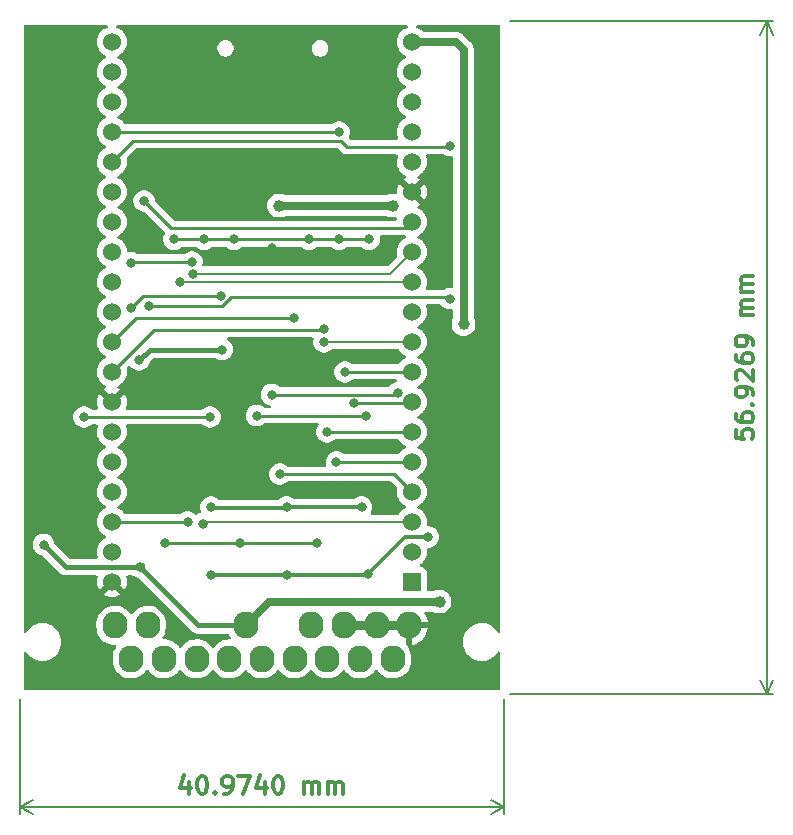
<source format=gbr>
%TF.GenerationSoftware,KiCad,Pcbnew,7.0.9*%
%TF.CreationDate,2024-01-04T00:09:48-06:00*%
%TF.ProjectId,FujiApple-DevKit-SmartPort,46756a69-4170-4706-9c65-2d4465764b69,1.0*%
%TF.SameCoordinates,Original*%
%TF.FileFunction,Copper,L2,Bot*%
%TF.FilePolarity,Positive*%
%FSLAX46Y46*%
G04 Gerber Fmt 4.6, Leading zero omitted, Abs format (unit mm)*
G04 Created by KiCad (PCBNEW 7.0.9) date 2024-01-04 00:09:48*
%MOMM*%
%LPD*%
G01*
G04 APERTURE LIST*
%ADD10C,0.300000*%
%TA.AperFunction,NonConductor*%
%ADD11C,0.300000*%
%TD*%
%TA.AperFunction,NonConductor*%
%ADD12C,0.200000*%
%TD*%
%TA.AperFunction,ComponentPad*%
%ADD13R,1.530000X1.530000*%
%TD*%
%TA.AperFunction,ComponentPad*%
%ADD14C,1.530000*%
%TD*%
%TA.AperFunction,ComponentPad*%
%ADD15O,2.100000X2.300000*%
%TD*%
%TA.AperFunction,ViaPad*%
%ADD16C,0.800000*%
%TD*%
%TA.AperFunction,ViaPad*%
%ADD17C,1.000000*%
%TD*%
%TA.AperFunction,Conductor*%
%ADD18C,0.300000*%
%TD*%
%TA.AperFunction,Conductor*%
%ADD19C,0.400000*%
%TD*%
%TA.AperFunction,Conductor*%
%ADD20C,0.700000*%
%TD*%
%TA.AperFunction,Conductor*%
%ADD21C,0.800000*%
%TD*%
%TA.AperFunction,Conductor*%
%ADD22C,0.250000*%
%TD*%
%TA.AperFunction,Conductor*%
%ADD23C,0.200000*%
%TD*%
G04 APERTURE END LIST*
D10*
D11*
X194863328Y-110316505D02*
X194863328Y-111030791D01*
X194863328Y-111030791D02*
X195577614Y-111102219D01*
X195577614Y-111102219D02*
X195506185Y-111030791D01*
X195506185Y-111030791D02*
X195434757Y-110887934D01*
X195434757Y-110887934D02*
X195434757Y-110530791D01*
X195434757Y-110530791D02*
X195506185Y-110387934D01*
X195506185Y-110387934D02*
X195577614Y-110316505D01*
X195577614Y-110316505D02*
X195720471Y-110245076D01*
X195720471Y-110245076D02*
X196077614Y-110245076D01*
X196077614Y-110245076D02*
X196220471Y-110316505D01*
X196220471Y-110316505D02*
X196291900Y-110387934D01*
X196291900Y-110387934D02*
X196363328Y-110530791D01*
X196363328Y-110530791D02*
X196363328Y-110887934D01*
X196363328Y-110887934D02*
X196291900Y-111030791D01*
X196291900Y-111030791D02*
X196220471Y-111102219D01*
X194863328Y-108959363D02*
X194863328Y-109245077D01*
X194863328Y-109245077D02*
X194934757Y-109387934D01*
X194934757Y-109387934D02*
X195006185Y-109459363D01*
X195006185Y-109459363D02*
X195220471Y-109602220D01*
X195220471Y-109602220D02*
X195506185Y-109673648D01*
X195506185Y-109673648D02*
X196077614Y-109673648D01*
X196077614Y-109673648D02*
X196220471Y-109602220D01*
X196220471Y-109602220D02*
X196291900Y-109530791D01*
X196291900Y-109530791D02*
X196363328Y-109387934D01*
X196363328Y-109387934D02*
X196363328Y-109102220D01*
X196363328Y-109102220D02*
X196291900Y-108959363D01*
X196291900Y-108959363D02*
X196220471Y-108887934D01*
X196220471Y-108887934D02*
X196077614Y-108816505D01*
X196077614Y-108816505D02*
X195720471Y-108816505D01*
X195720471Y-108816505D02*
X195577614Y-108887934D01*
X195577614Y-108887934D02*
X195506185Y-108959363D01*
X195506185Y-108959363D02*
X195434757Y-109102220D01*
X195434757Y-109102220D02*
X195434757Y-109387934D01*
X195434757Y-109387934D02*
X195506185Y-109530791D01*
X195506185Y-109530791D02*
X195577614Y-109602220D01*
X195577614Y-109602220D02*
X195720471Y-109673648D01*
X196220471Y-108173649D02*
X196291900Y-108102220D01*
X196291900Y-108102220D02*
X196363328Y-108173649D01*
X196363328Y-108173649D02*
X196291900Y-108245077D01*
X196291900Y-108245077D02*
X196220471Y-108173649D01*
X196220471Y-108173649D02*
X196363328Y-108173649D01*
X196363328Y-107387934D02*
X196363328Y-107102220D01*
X196363328Y-107102220D02*
X196291900Y-106959363D01*
X196291900Y-106959363D02*
X196220471Y-106887934D01*
X196220471Y-106887934D02*
X196006185Y-106745077D01*
X196006185Y-106745077D02*
X195720471Y-106673648D01*
X195720471Y-106673648D02*
X195149042Y-106673648D01*
X195149042Y-106673648D02*
X195006185Y-106745077D01*
X195006185Y-106745077D02*
X194934757Y-106816506D01*
X194934757Y-106816506D02*
X194863328Y-106959363D01*
X194863328Y-106959363D02*
X194863328Y-107245077D01*
X194863328Y-107245077D02*
X194934757Y-107387934D01*
X194934757Y-107387934D02*
X195006185Y-107459363D01*
X195006185Y-107459363D02*
X195149042Y-107530791D01*
X195149042Y-107530791D02*
X195506185Y-107530791D01*
X195506185Y-107530791D02*
X195649042Y-107459363D01*
X195649042Y-107459363D02*
X195720471Y-107387934D01*
X195720471Y-107387934D02*
X195791900Y-107245077D01*
X195791900Y-107245077D02*
X195791900Y-106959363D01*
X195791900Y-106959363D02*
X195720471Y-106816506D01*
X195720471Y-106816506D02*
X195649042Y-106745077D01*
X195649042Y-106745077D02*
X195506185Y-106673648D01*
X195006185Y-106102220D02*
X194934757Y-106030792D01*
X194934757Y-106030792D02*
X194863328Y-105887935D01*
X194863328Y-105887935D02*
X194863328Y-105530792D01*
X194863328Y-105530792D02*
X194934757Y-105387935D01*
X194934757Y-105387935D02*
X195006185Y-105316506D01*
X195006185Y-105316506D02*
X195149042Y-105245077D01*
X195149042Y-105245077D02*
X195291900Y-105245077D01*
X195291900Y-105245077D02*
X195506185Y-105316506D01*
X195506185Y-105316506D02*
X196363328Y-106173649D01*
X196363328Y-106173649D02*
X196363328Y-105245077D01*
X194863328Y-103959364D02*
X194863328Y-104245078D01*
X194863328Y-104245078D02*
X194934757Y-104387935D01*
X194934757Y-104387935D02*
X195006185Y-104459364D01*
X195006185Y-104459364D02*
X195220471Y-104602221D01*
X195220471Y-104602221D02*
X195506185Y-104673649D01*
X195506185Y-104673649D02*
X196077614Y-104673649D01*
X196077614Y-104673649D02*
X196220471Y-104602221D01*
X196220471Y-104602221D02*
X196291900Y-104530792D01*
X196291900Y-104530792D02*
X196363328Y-104387935D01*
X196363328Y-104387935D02*
X196363328Y-104102221D01*
X196363328Y-104102221D02*
X196291900Y-103959364D01*
X196291900Y-103959364D02*
X196220471Y-103887935D01*
X196220471Y-103887935D02*
X196077614Y-103816506D01*
X196077614Y-103816506D02*
X195720471Y-103816506D01*
X195720471Y-103816506D02*
X195577614Y-103887935D01*
X195577614Y-103887935D02*
X195506185Y-103959364D01*
X195506185Y-103959364D02*
X195434757Y-104102221D01*
X195434757Y-104102221D02*
X195434757Y-104387935D01*
X195434757Y-104387935D02*
X195506185Y-104530792D01*
X195506185Y-104530792D02*
X195577614Y-104602221D01*
X195577614Y-104602221D02*
X195720471Y-104673649D01*
X196363328Y-103102221D02*
X196363328Y-102816507D01*
X196363328Y-102816507D02*
X196291900Y-102673650D01*
X196291900Y-102673650D02*
X196220471Y-102602221D01*
X196220471Y-102602221D02*
X196006185Y-102459364D01*
X196006185Y-102459364D02*
X195720471Y-102387935D01*
X195720471Y-102387935D02*
X195149042Y-102387935D01*
X195149042Y-102387935D02*
X195006185Y-102459364D01*
X195006185Y-102459364D02*
X194934757Y-102530793D01*
X194934757Y-102530793D02*
X194863328Y-102673650D01*
X194863328Y-102673650D02*
X194863328Y-102959364D01*
X194863328Y-102959364D02*
X194934757Y-103102221D01*
X194934757Y-103102221D02*
X195006185Y-103173650D01*
X195006185Y-103173650D02*
X195149042Y-103245078D01*
X195149042Y-103245078D02*
X195506185Y-103245078D01*
X195506185Y-103245078D02*
X195649042Y-103173650D01*
X195649042Y-103173650D02*
X195720471Y-103102221D01*
X195720471Y-103102221D02*
X195791900Y-102959364D01*
X195791900Y-102959364D02*
X195791900Y-102673650D01*
X195791900Y-102673650D02*
X195720471Y-102530793D01*
X195720471Y-102530793D02*
X195649042Y-102459364D01*
X195649042Y-102459364D02*
X195506185Y-102387935D01*
X196363328Y-100602222D02*
X195363328Y-100602222D01*
X195506185Y-100602222D02*
X195434757Y-100530793D01*
X195434757Y-100530793D02*
X195363328Y-100387936D01*
X195363328Y-100387936D02*
X195363328Y-100173650D01*
X195363328Y-100173650D02*
X195434757Y-100030793D01*
X195434757Y-100030793D02*
X195577614Y-99959365D01*
X195577614Y-99959365D02*
X196363328Y-99959365D01*
X195577614Y-99959365D02*
X195434757Y-99887936D01*
X195434757Y-99887936D02*
X195363328Y-99745079D01*
X195363328Y-99745079D02*
X195363328Y-99530793D01*
X195363328Y-99530793D02*
X195434757Y-99387936D01*
X195434757Y-99387936D02*
X195577614Y-99316507D01*
X195577614Y-99316507D02*
X196363328Y-99316507D01*
X196363328Y-98602222D02*
X195363328Y-98602222D01*
X195506185Y-98602222D02*
X195434757Y-98530793D01*
X195434757Y-98530793D02*
X195363328Y-98387936D01*
X195363328Y-98387936D02*
X195363328Y-98173650D01*
X195363328Y-98173650D02*
X195434757Y-98030793D01*
X195434757Y-98030793D02*
X195577614Y-97959365D01*
X195577614Y-97959365D02*
X196363328Y-97959365D01*
X195577614Y-97959365D02*
X195434757Y-97887936D01*
X195434757Y-97887936D02*
X195363328Y-97745079D01*
X195363328Y-97745079D02*
X195363328Y-97530793D01*
X195363328Y-97530793D02*
X195434757Y-97387936D01*
X195434757Y-97387936D02*
X195577614Y-97316507D01*
X195577614Y-97316507D02*
X196363328Y-97316507D01*
D12*
X175760000Y-75710200D02*
X198071420Y-75710200D01*
X175760000Y-132637100D02*
X198071420Y-132637100D01*
X197485000Y-75710200D02*
X197485000Y-132637100D01*
X197485000Y-75710200D02*
X197485000Y-132637100D01*
X197485000Y-75710200D02*
X198071421Y-76836704D01*
X197485000Y-75710200D02*
X196898579Y-76836704D01*
X197485000Y-132637100D02*
X196898579Y-131510596D01*
X197485000Y-132637100D02*
X198071421Y-131510596D01*
D10*
D11*
X148558716Y-140118328D02*
X148558716Y-141118328D01*
X148201573Y-139546900D02*
X147844430Y-140618328D01*
X147844430Y-140618328D02*
X148773001Y-140618328D01*
X149630144Y-139618328D02*
X149773001Y-139618328D01*
X149773001Y-139618328D02*
X149915858Y-139689757D01*
X149915858Y-139689757D02*
X149987287Y-139761185D01*
X149987287Y-139761185D02*
X150058715Y-139904042D01*
X150058715Y-139904042D02*
X150130144Y-140189757D01*
X150130144Y-140189757D02*
X150130144Y-140546900D01*
X150130144Y-140546900D02*
X150058715Y-140832614D01*
X150058715Y-140832614D02*
X149987287Y-140975471D01*
X149987287Y-140975471D02*
X149915858Y-141046900D01*
X149915858Y-141046900D02*
X149773001Y-141118328D01*
X149773001Y-141118328D02*
X149630144Y-141118328D01*
X149630144Y-141118328D02*
X149487287Y-141046900D01*
X149487287Y-141046900D02*
X149415858Y-140975471D01*
X149415858Y-140975471D02*
X149344429Y-140832614D01*
X149344429Y-140832614D02*
X149273001Y-140546900D01*
X149273001Y-140546900D02*
X149273001Y-140189757D01*
X149273001Y-140189757D02*
X149344429Y-139904042D01*
X149344429Y-139904042D02*
X149415858Y-139761185D01*
X149415858Y-139761185D02*
X149487287Y-139689757D01*
X149487287Y-139689757D02*
X149630144Y-139618328D01*
X150773000Y-140975471D02*
X150844429Y-141046900D01*
X150844429Y-141046900D02*
X150773000Y-141118328D01*
X150773000Y-141118328D02*
X150701572Y-141046900D01*
X150701572Y-141046900D02*
X150773000Y-140975471D01*
X150773000Y-140975471D02*
X150773000Y-141118328D01*
X151558715Y-141118328D02*
X151844429Y-141118328D01*
X151844429Y-141118328D02*
X151987286Y-141046900D01*
X151987286Y-141046900D02*
X152058715Y-140975471D01*
X152058715Y-140975471D02*
X152201572Y-140761185D01*
X152201572Y-140761185D02*
X152273001Y-140475471D01*
X152273001Y-140475471D02*
X152273001Y-139904042D01*
X152273001Y-139904042D02*
X152201572Y-139761185D01*
X152201572Y-139761185D02*
X152130144Y-139689757D01*
X152130144Y-139689757D02*
X151987286Y-139618328D01*
X151987286Y-139618328D02*
X151701572Y-139618328D01*
X151701572Y-139618328D02*
X151558715Y-139689757D01*
X151558715Y-139689757D02*
X151487286Y-139761185D01*
X151487286Y-139761185D02*
X151415858Y-139904042D01*
X151415858Y-139904042D02*
X151415858Y-140261185D01*
X151415858Y-140261185D02*
X151487286Y-140404042D01*
X151487286Y-140404042D02*
X151558715Y-140475471D01*
X151558715Y-140475471D02*
X151701572Y-140546900D01*
X151701572Y-140546900D02*
X151987286Y-140546900D01*
X151987286Y-140546900D02*
X152130144Y-140475471D01*
X152130144Y-140475471D02*
X152201572Y-140404042D01*
X152201572Y-140404042D02*
X152273001Y-140261185D01*
X152773000Y-139618328D02*
X153773000Y-139618328D01*
X153773000Y-139618328D02*
X153130143Y-141118328D01*
X154987286Y-140118328D02*
X154987286Y-141118328D01*
X154630143Y-139546900D02*
X154273000Y-140618328D01*
X154273000Y-140618328D02*
X155201571Y-140618328D01*
X156058714Y-139618328D02*
X156201571Y-139618328D01*
X156201571Y-139618328D02*
X156344428Y-139689757D01*
X156344428Y-139689757D02*
X156415857Y-139761185D01*
X156415857Y-139761185D02*
X156487285Y-139904042D01*
X156487285Y-139904042D02*
X156558714Y-140189757D01*
X156558714Y-140189757D02*
X156558714Y-140546900D01*
X156558714Y-140546900D02*
X156487285Y-140832614D01*
X156487285Y-140832614D02*
X156415857Y-140975471D01*
X156415857Y-140975471D02*
X156344428Y-141046900D01*
X156344428Y-141046900D02*
X156201571Y-141118328D01*
X156201571Y-141118328D02*
X156058714Y-141118328D01*
X156058714Y-141118328D02*
X155915857Y-141046900D01*
X155915857Y-141046900D02*
X155844428Y-140975471D01*
X155844428Y-140975471D02*
X155772999Y-140832614D01*
X155772999Y-140832614D02*
X155701571Y-140546900D01*
X155701571Y-140546900D02*
X155701571Y-140189757D01*
X155701571Y-140189757D02*
X155772999Y-139904042D01*
X155772999Y-139904042D02*
X155844428Y-139761185D01*
X155844428Y-139761185D02*
X155915857Y-139689757D01*
X155915857Y-139689757D02*
X156058714Y-139618328D01*
X158344427Y-141118328D02*
X158344427Y-140118328D01*
X158344427Y-140261185D02*
X158415856Y-140189757D01*
X158415856Y-140189757D02*
X158558713Y-140118328D01*
X158558713Y-140118328D02*
X158772999Y-140118328D01*
X158772999Y-140118328D02*
X158915856Y-140189757D01*
X158915856Y-140189757D02*
X158987285Y-140332614D01*
X158987285Y-140332614D02*
X158987285Y-141118328D01*
X158987285Y-140332614D02*
X159058713Y-140189757D01*
X159058713Y-140189757D02*
X159201570Y-140118328D01*
X159201570Y-140118328D02*
X159415856Y-140118328D01*
X159415856Y-140118328D02*
X159558713Y-140189757D01*
X159558713Y-140189757D02*
X159630142Y-140332614D01*
X159630142Y-140332614D02*
X159630142Y-141118328D01*
X160344427Y-141118328D02*
X160344427Y-140118328D01*
X160344427Y-140261185D02*
X160415856Y-140189757D01*
X160415856Y-140189757D02*
X160558713Y-140118328D01*
X160558713Y-140118328D02*
X160772999Y-140118328D01*
X160772999Y-140118328D02*
X160915856Y-140189757D01*
X160915856Y-140189757D02*
X160987285Y-140332614D01*
X160987285Y-140332614D02*
X160987285Y-141118328D01*
X160987285Y-140332614D02*
X161058713Y-140189757D01*
X161058713Y-140189757D02*
X161201570Y-140118328D01*
X161201570Y-140118328D02*
X161415856Y-140118328D01*
X161415856Y-140118328D02*
X161558713Y-140189757D01*
X161558713Y-140189757D02*
X161630142Y-140332614D01*
X161630142Y-140332614D02*
X161630142Y-141118328D01*
D12*
X134286000Y-133137100D02*
X134286000Y-142826420D01*
X175260000Y-133137100D02*
X175260000Y-142826420D01*
X134286000Y-142240000D02*
X175260000Y-142240000D01*
X134286000Y-142240000D02*
X175260000Y-142240000D01*
X134286000Y-142240000D02*
X135412504Y-141653579D01*
X134286000Y-142240000D02*
X135412504Y-142826421D01*
X175260000Y-142240000D02*
X174133496Y-142826421D01*
X175260000Y-142240000D02*
X174133496Y-141653579D01*
D13*
%TO.P,U4,1,3V3*%
%TO.N,+3.3V*%
X167462200Y-123180000D03*
D14*
%TO.P,U4,2,EN*%
%TO.N,unconnected-(U4-EN-Pad2)*%
X167462200Y-120640000D03*
%TO.P,U4,3,SENSOR_VP*%
%TO.N,/IO36{slash}DRIVE1*%
X167462200Y-118100000D03*
%TO.P,U4,4,SENSOR_VN*%
%TO.N,/IO39{slash}EN3.5*%
X167462200Y-115560000D03*
%TO.P,U4,5,IO34*%
%TO.N,/IO34{slash}PH2*%
X167462200Y-113020000D03*
%TO.P,U4,6,IO35*%
%TO.N,/IO35{slash}PH3*%
X167462200Y-110480000D03*
%TO.P,U4,7,IO32*%
%TO.N,/IO32{slash}PH0{slash}REQ*%
X167462200Y-107940000D03*
%TO.P,U4,8,IO33*%
%TO.N,/IO33{slash}PH1*%
X167462200Y-105400000D03*
%TO.P,U4,9,IO25*%
%TO.N,/IO25{slash}BUF_EN*%
X167462200Y-102860000D03*
%TO.P,U4,10,IO26*%
%TO.N,/IO26{slash}WREQ*%
X167462200Y-100320000D03*
%TO.P,U4,11,IO27*%
%TO.N,/IO27{slash}WRPROT{slash}ACK*%
X167462200Y-97780000D03*
%TO.P,U4,12,IO14*%
%TO.N,/IO14{slash}RDDATA*%
X167462200Y-95240000D03*
%TO.P,U4,13,IO12*%
%TO.N,/IO12{slash}BUS_LED*%
X167462200Y-92700000D03*
%TO.P,U4,14,GND1*%
%TO.N,GND*%
X167462200Y-90160000D03*
%TO.P,U4,15,IO13*%
%TO.N,/IO13{slash}HDSEL*%
X167462200Y-87620000D03*
%TO.P,U4,16,SD2*%
%TO.N,unconnected-(U4-SD2-Pad16)*%
X167462200Y-85080000D03*
%TO.P,U4,17,SD3*%
%TO.N,unconnected-(U4-SD3-Pad17)*%
X167462200Y-82540000D03*
%TO.P,U4,18,CMD*%
%TO.N,unconnected-(U4-CMD-Pad18)*%
X167462200Y-80000000D03*
%TO.P,U4,19,EXT_5V*%
%TO.N,+5V*%
X167462200Y-77460000D03*
%TO.P,U4,20,CLK*%
%TO.N,unconnected-(U4-CLK-Pad20)*%
X142062200Y-77460000D03*
%TO.P,U4,21,SD0*%
%TO.N,unconnected-(U4-SD0-Pad21)*%
X142062200Y-80000000D03*
%TO.P,U4,22,SD1*%
%TO.N,unconnected-(U4-SD1-Pad22)*%
X142062200Y-82540000D03*
%TO.P,U4,23,IO15*%
%TO.N,/IO15{slash}CD*%
X142062200Y-85080000D03*
%TO.P,U4,24,IO2*%
%TO.N,/IO2{slash}WIFI_LED*%
X142062200Y-87620000D03*
%TO.P,U4,25,IO0*%
%TO.N,/IO0*%
X142062200Y-90160000D03*
%TO.P,U4,26,IO4*%
%TO.N,/IO4{slash}SAFE_RESET*%
X142062200Y-92700000D03*
%TO.P,U4,27,IO16*%
%TO.N,unconnected-(U4-IO16-Pad27)*%
X142062200Y-95240000D03*
%TO.P,U4,28,IO17*%
%TO.N,unconnected-(U4-IO17-Pad28)*%
X142062200Y-97780000D03*
%TO.P,U4,29,IO5*%
%TO.N,/IO5{slash}SPI_CS*%
X142062200Y-100320000D03*
%TO.P,U4,30,IO18*%
%TO.N,/IO18{slash}SPI_CLK*%
X142062200Y-102860000D03*
%TO.P,U4,31,IO19*%
%TO.N,/IO19{slash}SPI_MISO*%
X142062200Y-105400000D03*
%TO.P,U4,32,GND2*%
%TO.N,GND*%
X142062200Y-107940000D03*
%TO.P,U4,33,IO21*%
%TO.N,/IO21{slash}DRV2*%
X142062200Y-110480000D03*
%TO.P,U4,34,RXD0*%
%TO.N,unconnected-(U4-RXD0-Pad34)*%
X142062200Y-113020000D03*
%TO.P,U4,35,TXD0*%
%TO.N,unconnected-(U4-TXD0-Pad35)*%
X142062200Y-115560000D03*
%TO.P,U4,36,IO22*%
%TO.N,/IO22{slash}WRDATA*%
X142062200Y-118100000D03*
%TO.P,U4,37,IO23*%
%TO.N,/IO23{slash}SPI_MOSI*%
X142062200Y-120640000D03*
%TO.P,U4,38,GND3*%
%TO.N,GND*%
X142062200Y-123180000D03*
%TD*%
D15*
%TO.P,J1,1,1*%
%TO.N,GND*%
X167238000Y-126850000D03*
%TO.P,J1,2,2*%
X164468000Y-126850000D03*
%TO.P,J1,3,3*%
X161698000Y-126850000D03*
%TO.P,J1,4,4*%
%TO.N,/A2_EN3.5*%
X158928000Y-126850000D03*
%TO.P,J1,6,6*%
%TO.N,/A2_5V*%
X153388000Y-126850000D03*
%TO.P,J1,9,9*%
%TO.N,/DRIVE2*%
X145078000Y-126850000D03*
%TO.P,J1,10,10*%
%TO.N,/A2_WPROT*%
X142308000Y-126850000D03*
%TO.P,J1,11,P11*%
%TO.N,/A2_PH0*%
X165853000Y-129690000D03*
%TO.P,J1,12,P12*%
%TO.N,/A2_PH1*%
X163083000Y-129690000D03*
%TO.P,J1,13,P13*%
%TO.N,/A2_PH2*%
X160313000Y-129690000D03*
%TO.P,J1,14,P14*%
%TO.N,/A2_PH3*%
X157543000Y-129690000D03*
%TO.P,J1,15,P15*%
%TO.N,/A2_WREQ*%
X154773000Y-129690000D03*
%TO.P,J1,16,P16*%
%TO.N,/A2_HDSEL*%
X152003000Y-129690000D03*
%TO.P,J1,17,P17*%
%TO.N,/A2_DRIVE1*%
X149233000Y-129690000D03*
%TO.P,J1,18,P18*%
%TO.N,/A2_RD_DATA*%
X146463000Y-129690000D03*
%TO.P,J1,19,P19*%
%TO.N,/A2_WR_DATA*%
X143693000Y-129690000D03*
%TD*%
D16*
%TO.N,GND*%
X174117000Y-119761000D03*
X171958000Y-121920000D03*
X149479000Y-88011000D03*
X164084000Y-78359000D03*
X146939000Y-80391000D03*
%TO.N,+5V*%
X168849500Y-119380000D03*
D17*
X171831000Y-101346000D03*
%TO.N,/A2_5V*%
X169799000Y-124841000D03*
D16*
%TO.N,GND*%
X153035000Y-114173000D03*
X159474500Y-113030000D03*
X158003000Y-89400000D03*
X146431000Y-114173000D03*
X154051000Y-96012000D03*
X155575000Y-94904000D03*
%TO.N,/A2_5V*%
X151384000Y-103505000D03*
%TO.N,+5V*%
X163720059Y-122537941D03*
%TO.N,/A2_5V*%
X144361500Y-104394000D03*
%TO.N,+5V*%
X150454501Y-122555000D03*
%TO.N,/A2_5V*%
X136271000Y-120015000D03*
%TO.N,+5V*%
X156894501Y-122555000D03*
%TO.N,/A2_5V*%
X144399000Y-121920000D03*
%TO.N,/IO5{slash}SPI_CS*%
X143637000Y-96139000D03*
X148840655Y-96082760D03*
%TO.N,/IO23{slash}SPI_MOSI*%
X143637000Y-99949000D03*
X151257000Y-98933000D03*
%TO.N,/IO12{slash}BUS_LED*%
X144780000Y-90932000D03*
%TO.N,/IO18{slash}SPI_CLK*%
X157480000Y-100838000D03*
%TO.N,/IO19{slash}SPI_MISO*%
X160020000Y-101727000D03*
%TO.N,+3.3V*%
X161290000Y-94179500D03*
X152400000Y-94179500D03*
X163830000Y-94179500D03*
X139700000Y-109220000D03*
X147320000Y-94179500D03*
D17*
X165862000Y-91313000D03*
D16*
X163195000Y-116840000D03*
X156845000Y-116840000D03*
X150454501Y-116840000D03*
X150368000Y-109220000D03*
X158750000Y-94179500D03*
D17*
X156210000Y-91313000D03*
D16*
X149860000Y-94179500D03*
%TO.N,/IO0*%
X170688000Y-99187000D03*
X145161000Y-99822000D03*
%TO.N,/IO15{slash}CD*%
X161290000Y-85090000D03*
%TO.N,/IO2{slash}WIFI_LED*%
X170688000Y-86233000D03*
%TO.N,/IO25{slash}BUF_EN*%
X152908000Y-119888000D03*
X146558000Y-119888000D03*
X160020000Y-102870000D03*
X159385000Y-119888000D03*
%TO.N,/IO32{slash}PH0{slash}REQ*%
X162560000Y-108039500D03*
%TO.N,/IO33{slash}PH1*%
X161798000Y-105410000D03*
%TO.N,/IO34{slash}PH2*%
X161073500Y-113030000D03*
%TO.N,/IO35{slash}PH3*%
X160274000Y-110490000D03*
%TO.N,/IO39{slash}EN3.5*%
X156269502Y-114046000D03*
%TO.N,/IO26{slash}WREQ*%
X155575000Y-107315000D03*
X166243000Y-107188000D03*
%TO.N,/IO13{slash}HDSEL*%
X154305000Y-109093000D03*
X163576000Y-109093000D03*
%TO.N,/IO36{slash}DRIVE1*%
X149733000Y-118237000D03*
%TO.N,/IO14{slash}RDDATA*%
X148900000Y-97080500D03*
%TO.N,/IO22{slash}WRDATA*%
X148463000Y-118110000D03*
%TO.N,/IO27{slash}WRPROT{slash}ACK*%
X147828000Y-97790000D03*
%TD*%
D18*
%TO.N,+5V*%
X166878000Y-119380000D02*
X163720059Y-122537941D01*
X168849500Y-119380000D02*
X166878000Y-119380000D01*
%TO.N,+3.3V*%
X156778049Y-116906951D02*
X156845000Y-116840000D01*
X150521452Y-116906951D02*
X156778049Y-116906951D01*
X150454501Y-116840000D02*
X150521452Y-116906951D01*
D19*
%TO.N,/A2_5V*%
X149329000Y-126850000D02*
X144399000Y-121920000D01*
X153388000Y-126850000D02*
X149329000Y-126850000D01*
D20*
%TO.N,+5V*%
X171831000Y-100076000D02*
X171831000Y-101346000D01*
%TO.N,/A2_5V*%
X155397000Y-124841000D02*
X169799000Y-124841000D01*
X153388000Y-126850000D02*
X155397000Y-124841000D01*
%TO.N,+5V*%
X171831000Y-78105000D02*
X171831000Y-100076000D01*
X171186000Y-77460000D02*
X171831000Y-78105000D01*
X167462200Y-77460000D02*
X171186000Y-77460000D01*
D21*
%TO.N,GND*%
X161698000Y-126850000D02*
X167238000Y-126850000D01*
D19*
%TO.N,/A2_5V*%
X144399000Y-121920000D02*
X138176000Y-121920000D01*
D18*
%TO.N,+5V*%
X150454501Y-122555000D02*
X156894501Y-122555000D01*
X156894501Y-122555000D02*
X163703000Y-122555000D01*
D19*
%TO.N,/A2_5V*%
X144399000Y-121920000D02*
X144589000Y-121730000D01*
X138176000Y-121920000D02*
X136271000Y-120015000D01*
X145250500Y-103505000D02*
X144361500Y-104394000D01*
D18*
%TO.N,+5V*%
X163703000Y-122555000D02*
X163720059Y-122537941D01*
D19*
%TO.N,/A2_5V*%
X151384000Y-103505000D02*
X145250500Y-103505000D01*
D22*
%TO.N,/IO5{slash}SPI_CS*%
X148840655Y-96082760D02*
X143693240Y-96082760D01*
X143693240Y-96082760D02*
X143637000Y-96139000D01*
%TO.N,/IO23{slash}SPI_MOSI*%
X151257000Y-98933000D02*
X144653000Y-98933000D01*
X144653000Y-98933000D02*
X143637000Y-99949000D01*
%TO.N,/IO12{slash}BUS_LED*%
X167462200Y-92700000D02*
X166944200Y-93218000D01*
X166944200Y-93218000D02*
X147066000Y-93218000D01*
X147066000Y-93218000D02*
X144780000Y-90932000D01*
%TO.N,/IO18{slash}SPI_CLK*%
X157480000Y-100838000D02*
X144084200Y-100838000D01*
X144084200Y-100838000D02*
X142062200Y-102860000D01*
%TO.N,/IO19{slash}SPI_MISO*%
X159893000Y-101854000D02*
X145608200Y-101854000D01*
X160020000Y-101727000D02*
X159893000Y-101854000D01*
X145608200Y-101854000D02*
X142062200Y-105400000D01*
%TO.N,+3.3V*%
X139700000Y-109220000D02*
X150368000Y-109220000D01*
X152400000Y-94179500D02*
X158750000Y-94179500D01*
X158750000Y-94179500D02*
X161290000Y-94179500D01*
X161290000Y-94179500D02*
X163830000Y-94179500D01*
X147320000Y-94179500D02*
X149860000Y-94179500D01*
X149860000Y-94179500D02*
X152400000Y-94179500D01*
D20*
X165862000Y-91313000D02*
X156210000Y-91313000D01*
D18*
X156845000Y-116840000D02*
X163195000Y-116840000D01*
D22*
%TO.N,/IO0*%
X151393305Y-99822000D02*
X145161000Y-99822000D01*
X152155305Y-99060000D02*
X151393305Y-99822000D01*
X170561000Y-99060000D02*
X152155305Y-99060000D01*
X170688000Y-99187000D02*
X170561000Y-99060000D01*
%TO.N,/IO15{slash}CD*%
X142062200Y-85080000D02*
X161280000Y-85080000D01*
X161280000Y-85080000D02*
X161290000Y-85090000D01*
%TO.N,/IO2{slash}WIFI_LED*%
X143867200Y-85815000D02*
X161417000Y-85815000D01*
X142062200Y-87620000D02*
X143867200Y-85815000D01*
X161417000Y-85815000D02*
X161962000Y-86360000D01*
X161962000Y-86360000D02*
X170561000Y-86360000D01*
X170561000Y-86360000D02*
X170688000Y-86233000D01*
%TO.N,/IO25{slash}BUF_EN*%
X152908000Y-119888000D02*
X146558000Y-119888000D01*
X159385000Y-119888000D02*
X152908000Y-119888000D01*
D23*
X160030000Y-102860000D02*
X160020000Y-102870000D01*
X167462200Y-102860000D02*
X160030000Y-102860000D01*
D22*
%TO.N,/IO32{slash}PH0{slash}REQ*%
X162560000Y-108039500D02*
X167362700Y-108039500D01*
%TO.N,/IO33{slash}PH1*%
X161808000Y-105400000D02*
X167462200Y-105400000D01*
X161798000Y-105410000D02*
X161808000Y-105400000D01*
%TO.N,/IO34{slash}PH2*%
X161073500Y-113030000D02*
X161083500Y-113020000D01*
X161083500Y-113020000D02*
X167462200Y-113020000D01*
%TO.N,/IO35{slash}PH3*%
X160284000Y-110480000D02*
X167462200Y-110480000D01*
X160274000Y-110490000D02*
X160284000Y-110480000D01*
%TO.N,/IO39{slash}EN3.5*%
X156269502Y-114046000D02*
X165948200Y-114046000D01*
X165948200Y-114046000D02*
X167462200Y-115560000D01*
%TO.N,/IO26{slash}WREQ*%
X155575000Y-107315000D02*
X166116000Y-107315000D01*
X166116000Y-107315000D02*
X166243000Y-107188000D01*
%TO.N,/IO13{slash}HDSEL*%
X163576000Y-109093000D02*
X154305000Y-109093000D01*
D23*
%TO.N,/IO36{slash}DRIVE1*%
X149733000Y-118237000D02*
X149870000Y-118100000D01*
X149870000Y-118100000D02*
X167462200Y-118100000D01*
%TO.N,/IO14{slash}RDDATA*%
X148900000Y-97080500D02*
X165621700Y-97080500D01*
X165621700Y-97080500D02*
X167462200Y-95240000D01*
D22*
%TO.N,/IO22{slash}WRDATA*%
X148453000Y-118100000D02*
X148463000Y-118110000D01*
X142062200Y-118100000D02*
X148453000Y-118100000D01*
D23*
%TO.N,/IO27{slash}WRPROT{slash}ACK*%
X147828000Y-97790000D02*
X147838000Y-97780000D01*
X147838000Y-97780000D02*
X167462200Y-97780000D01*
%TD*%
%TA.AperFunction,Conductor*%
%TO.N,GND*%
G36*
X141661689Y-76030702D02*
G01*
X141708182Y-76084358D01*
X141718286Y-76154632D01*
X141688792Y-76219212D01*
X141629066Y-76257596D01*
X141626190Y-76258403D01*
X141625975Y-76258461D01*
X141624974Y-76258729D01*
X141624969Y-76258731D01*
X141423021Y-76352901D01*
X141240482Y-76480716D01*
X141240478Y-76480719D01*
X141082919Y-76638278D01*
X141082916Y-76638282D01*
X140955101Y-76820821D01*
X140860931Y-77022769D01*
X140860929Y-77022774D01*
X140822426Y-77166472D01*
X140803256Y-77238014D01*
X140783835Y-77460000D01*
X140803256Y-77681986D01*
X140821420Y-77749774D01*
X140860929Y-77897225D01*
X140860931Y-77897230D01*
X140955102Y-78099182D01*
X141082918Y-78281720D01*
X141240479Y-78439281D01*
X141240482Y-78439283D01*
X141240483Y-78439284D01*
X141423017Y-78567097D01*
X141527472Y-78615805D01*
X141580757Y-78662722D01*
X141600218Y-78730999D01*
X141579676Y-78798959D01*
X141527472Y-78844195D01*
X141423021Y-78892901D01*
X141240482Y-79020716D01*
X141240478Y-79020719D01*
X141082919Y-79178278D01*
X141082916Y-79178282D01*
X140955101Y-79360821D01*
X140860931Y-79562769D01*
X140860929Y-79562774D01*
X140818709Y-79720341D01*
X140803256Y-79778014D01*
X140783835Y-80000000D01*
X140803256Y-80221986D01*
X140834163Y-80337332D01*
X140860929Y-80437225D01*
X140860931Y-80437230D01*
X140955102Y-80639182D01*
X141082918Y-80821720D01*
X141240479Y-80979281D01*
X141240482Y-80979283D01*
X141240483Y-80979284D01*
X141423017Y-81107097D01*
X141527472Y-81155805D01*
X141580757Y-81202722D01*
X141600218Y-81270999D01*
X141579676Y-81338959D01*
X141527472Y-81384195D01*
X141423021Y-81432901D01*
X141240482Y-81560716D01*
X141240478Y-81560719D01*
X141082919Y-81718278D01*
X141082916Y-81718282D01*
X140955101Y-81900821D01*
X140860931Y-82102769D01*
X140860929Y-82102774D01*
X140818709Y-82260341D01*
X140803256Y-82318014D01*
X140783835Y-82540000D01*
X140803256Y-82761986D01*
X140834163Y-82877332D01*
X140860929Y-82977225D01*
X140860931Y-82977230D01*
X140955102Y-83179182D01*
X141082918Y-83361720D01*
X141240479Y-83519281D01*
X141240482Y-83519283D01*
X141240483Y-83519284D01*
X141423017Y-83647097D01*
X141527472Y-83695805D01*
X141580757Y-83742722D01*
X141600218Y-83810999D01*
X141579676Y-83878959D01*
X141527472Y-83924195D01*
X141423021Y-83972901D01*
X141240482Y-84100716D01*
X141240478Y-84100719D01*
X141082919Y-84258278D01*
X141082916Y-84258282D01*
X140955101Y-84440821D01*
X140860931Y-84642769D01*
X140860929Y-84642774D01*
X140818709Y-84800341D01*
X140803256Y-84858014D01*
X140783835Y-85080000D01*
X140803256Y-85301986D01*
X140811780Y-85333796D01*
X140860929Y-85517225D01*
X140860931Y-85517230D01*
X140955102Y-85719182D01*
X141082918Y-85901720D01*
X141240479Y-86059281D01*
X141240482Y-86059283D01*
X141240483Y-86059284D01*
X141423017Y-86187097D01*
X141527472Y-86235805D01*
X141580757Y-86282722D01*
X141600218Y-86350999D01*
X141579676Y-86418959D01*
X141527472Y-86464195D01*
X141423021Y-86512901D01*
X141240482Y-86640716D01*
X141240478Y-86640719D01*
X141082919Y-86798278D01*
X141082916Y-86798282D01*
X140955101Y-86980821D01*
X140860931Y-87182769D01*
X140860929Y-87182774D01*
X140841062Y-87256921D01*
X140803256Y-87398014D01*
X140783835Y-87620000D01*
X140803256Y-87841986D01*
X140834163Y-87957332D01*
X140860929Y-88057225D01*
X140860931Y-88057230D01*
X140955102Y-88259182D01*
X141082918Y-88441720D01*
X141240479Y-88599281D01*
X141240482Y-88599283D01*
X141240483Y-88599284D01*
X141423017Y-88727097D01*
X141527472Y-88775805D01*
X141580757Y-88822722D01*
X141600218Y-88890999D01*
X141579676Y-88958959D01*
X141527472Y-89004195D01*
X141423021Y-89052901D01*
X141423018Y-89052902D01*
X141423018Y-89052903D01*
X141400083Y-89068962D01*
X141240482Y-89180716D01*
X141240478Y-89180719D01*
X141082919Y-89338278D01*
X141082916Y-89338282D01*
X140955101Y-89520821D01*
X140860931Y-89722769D01*
X140860929Y-89722774D01*
X140818709Y-89880341D01*
X140803256Y-89938014D01*
X140783835Y-90160000D01*
X140803256Y-90381986D01*
X140806759Y-90395058D01*
X140860929Y-90597225D01*
X140860931Y-90597230D01*
X140955102Y-90799182D01*
X141082918Y-90981720D01*
X141240479Y-91139281D01*
X141240482Y-91139283D01*
X141240483Y-91139284D01*
X141423017Y-91267097D01*
X141527472Y-91315805D01*
X141580757Y-91362722D01*
X141600218Y-91430999D01*
X141579676Y-91498959D01*
X141527472Y-91544195D01*
X141423021Y-91592901D01*
X141240482Y-91720716D01*
X141240478Y-91720719D01*
X141082919Y-91878278D01*
X141082916Y-91878282D01*
X140955101Y-92060821D01*
X140860931Y-92262769D01*
X140860929Y-92262774D01*
X140847481Y-92312965D01*
X140803256Y-92478014D01*
X140783835Y-92700000D01*
X140803256Y-92921986D01*
X140834163Y-93037332D01*
X140860929Y-93137225D01*
X140860931Y-93137230D01*
X140955102Y-93339182D01*
X141082918Y-93521720D01*
X141240479Y-93679281D01*
X141240482Y-93679283D01*
X141240483Y-93679284D01*
X141423017Y-93807097D01*
X141527472Y-93855805D01*
X141580757Y-93902722D01*
X141600218Y-93970999D01*
X141579676Y-94038959D01*
X141527472Y-94084195D01*
X141423021Y-94132901D01*
X141240482Y-94260716D01*
X141240478Y-94260719D01*
X141082919Y-94418278D01*
X141082916Y-94418282D01*
X140955101Y-94600821D01*
X140860931Y-94802769D01*
X140860929Y-94802774D01*
X140818709Y-94960341D01*
X140803256Y-95018014D01*
X140783835Y-95240000D01*
X140803256Y-95461986D01*
X140825716Y-95545808D01*
X140860929Y-95677225D01*
X140860931Y-95677230D01*
X140955102Y-95879182D01*
X141082918Y-96061720D01*
X141240479Y-96219281D01*
X141240482Y-96219283D01*
X141240483Y-96219284D01*
X141423017Y-96347097D01*
X141527472Y-96395805D01*
X141580757Y-96442722D01*
X141600218Y-96510999D01*
X141579676Y-96578959D01*
X141527472Y-96624195D01*
X141423021Y-96672901D01*
X141240482Y-96800716D01*
X141240478Y-96800719D01*
X141082919Y-96958278D01*
X141082916Y-96958282D01*
X140955101Y-97140821D01*
X140860931Y-97342769D01*
X140860929Y-97342774D01*
X140818709Y-97500341D01*
X140803256Y-97558014D01*
X140783835Y-97780000D01*
X140803256Y-98001986D01*
X140834163Y-98117332D01*
X140860929Y-98217225D01*
X140860931Y-98217230D01*
X140955102Y-98419182D01*
X141082918Y-98601720D01*
X141240479Y-98759281D01*
X141240482Y-98759283D01*
X141240483Y-98759284D01*
X141423017Y-98887097D01*
X141527472Y-98935805D01*
X141580757Y-98982722D01*
X141600218Y-99050999D01*
X141579676Y-99118959D01*
X141527472Y-99164195D01*
X141423021Y-99212901D01*
X141240482Y-99340716D01*
X141240478Y-99340719D01*
X141082919Y-99498278D01*
X141082916Y-99498282D01*
X140955101Y-99680821D01*
X140860931Y-99882769D01*
X140860929Y-99882774D01*
X140837770Y-99969206D01*
X140803256Y-100098014D01*
X140783835Y-100320000D01*
X140803256Y-100541986D01*
X140831682Y-100648072D01*
X140860929Y-100757225D01*
X140860931Y-100757230D01*
X140955102Y-100959182D01*
X141082918Y-101141720D01*
X141240479Y-101299281D01*
X141240482Y-101299283D01*
X141240483Y-101299284D01*
X141423017Y-101427097D01*
X141527472Y-101475805D01*
X141580757Y-101522722D01*
X141600218Y-101590999D01*
X141579676Y-101658959D01*
X141527472Y-101704195D01*
X141423021Y-101752901D01*
X141240482Y-101880716D01*
X141240478Y-101880719D01*
X141082919Y-102038278D01*
X141082916Y-102038282D01*
X140955101Y-102220821D01*
X140860931Y-102422769D01*
X140860929Y-102422774D01*
X140833354Y-102525686D01*
X140803256Y-102638014D01*
X140783835Y-102860000D01*
X140803256Y-103081986D01*
X140834163Y-103197332D01*
X140860929Y-103297225D01*
X140860931Y-103297230D01*
X140955102Y-103499182D01*
X141082918Y-103681720D01*
X141240479Y-103839281D01*
X141240482Y-103839283D01*
X141240483Y-103839284D01*
X141423017Y-103967097D01*
X141527472Y-104015805D01*
X141580757Y-104062722D01*
X141600218Y-104130999D01*
X141579676Y-104198959D01*
X141527472Y-104244195D01*
X141423021Y-104292901D01*
X141240482Y-104420716D01*
X141240478Y-104420719D01*
X141082919Y-104578278D01*
X141082916Y-104578282D01*
X140955101Y-104760821D01*
X140860931Y-104962769D01*
X140860929Y-104962774D01*
X140833254Y-105066060D01*
X140803256Y-105178014D01*
X140783835Y-105400000D01*
X140803256Y-105621986D01*
X140834163Y-105737332D01*
X140860929Y-105837225D01*
X140860931Y-105837230D01*
X140955102Y-106039182D01*
X141082918Y-106221720D01*
X141240479Y-106379281D01*
X141240482Y-106379283D01*
X141240483Y-106379284D01*
X141423017Y-106507097D01*
X141528064Y-106556081D01*
X141581349Y-106602998D01*
X141600810Y-106671275D01*
X141580268Y-106739235D01*
X141528065Y-106784470D01*
X141423270Y-106833337D01*
X141423268Y-106833338D01*
X141359439Y-106878030D01*
X141925779Y-107444370D01*
X141917039Y-107445627D01*
X141783638Y-107506549D01*
X141672805Y-107602587D01*
X141593518Y-107725960D01*
X141569782Y-107806792D01*
X141000230Y-107237239D01*
X140955539Y-107301067D01*
X140861403Y-107502942D01*
X140861401Y-107502946D01*
X140803751Y-107718102D01*
X140784337Y-107940000D01*
X140803751Y-108161897D01*
X140861401Y-108377053D01*
X140861405Y-108377062D01*
X140875482Y-108407251D01*
X140886143Y-108477442D01*
X140857163Y-108542255D01*
X140797743Y-108581111D01*
X140761287Y-108586500D01*
X140408200Y-108586500D01*
X140340079Y-108566498D01*
X140314563Y-108544810D01*
X140311252Y-108541133D01*
X140156752Y-108428882D01*
X139982288Y-108351206D01*
X139795487Y-108311500D01*
X139604513Y-108311500D01*
X139417711Y-108351206D01*
X139243247Y-108428882D01*
X139088744Y-108541135D01*
X138960965Y-108683048D01*
X138960958Y-108683058D01*
X138865476Y-108848438D01*
X138865473Y-108848445D01*
X138806457Y-109030072D01*
X138786496Y-109220000D01*
X138806457Y-109409927D01*
X138824207Y-109464554D01*
X138865473Y-109591556D01*
X138865476Y-109591561D01*
X138960958Y-109756941D01*
X138960965Y-109756951D01*
X139088744Y-109898864D01*
X139140972Y-109936810D01*
X139243248Y-110011118D01*
X139417712Y-110088794D01*
X139604513Y-110128500D01*
X139795487Y-110128500D01*
X139982288Y-110088794D01*
X140156752Y-110011118D01*
X140311253Y-109898866D01*
X140314563Y-109895190D01*
X140375009Y-109857950D01*
X140408200Y-109853500D01*
X140751409Y-109853500D01*
X140819530Y-109873502D01*
X140866023Y-109927158D01*
X140876127Y-109997432D01*
X140865603Y-110032751D01*
X140860933Y-110042765D01*
X140860929Y-110042774D01*
X140837959Y-110128500D01*
X140803256Y-110258014D01*
X140783835Y-110480000D01*
X140803256Y-110701986D01*
X140834163Y-110817332D01*
X140860929Y-110917225D01*
X140860931Y-110917230D01*
X140955102Y-111119182D01*
X141082918Y-111301720D01*
X141240479Y-111459281D01*
X141240482Y-111459283D01*
X141240483Y-111459284D01*
X141423017Y-111587097D01*
X141527472Y-111635805D01*
X141580757Y-111682722D01*
X141600218Y-111750999D01*
X141579676Y-111818959D01*
X141527472Y-111864195D01*
X141423021Y-111912901D01*
X141240482Y-112040716D01*
X141240478Y-112040719D01*
X141082919Y-112198278D01*
X141082916Y-112198282D01*
X140955101Y-112380821D01*
X140860931Y-112582769D01*
X140860929Y-112582774D01*
X140818709Y-112740341D01*
X140803256Y-112798014D01*
X140783835Y-113020000D01*
X140803256Y-113241986D01*
X140823766Y-113318531D01*
X140860929Y-113457225D01*
X140860931Y-113457230D01*
X140955102Y-113659182D01*
X141082918Y-113841720D01*
X141240479Y-113999281D01*
X141240482Y-113999283D01*
X141240483Y-113999284D01*
X141423017Y-114127097D01*
X141527472Y-114175805D01*
X141580757Y-114222722D01*
X141600218Y-114290999D01*
X141579676Y-114358959D01*
X141527472Y-114404195D01*
X141423021Y-114452901D01*
X141240482Y-114580716D01*
X141240478Y-114580719D01*
X141082919Y-114738278D01*
X141082916Y-114738282D01*
X140955101Y-114920821D01*
X140860931Y-115122769D01*
X140860929Y-115122774D01*
X140833064Y-115226768D01*
X140803256Y-115338014D01*
X140783835Y-115560000D01*
X140803256Y-115781986D01*
X140834163Y-115897332D01*
X140860929Y-115997225D01*
X140860931Y-115997230D01*
X140955102Y-116199182D01*
X141082918Y-116381720D01*
X141240479Y-116539281D01*
X141240482Y-116539283D01*
X141240483Y-116539284D01*
X141423017Y-116667097D01*
X141527472Y-116715805D01*
X141580757Y-116762722D01*
X141600218Y-116830999D01*
X141579676Y-116898959D01*
X141527472Y-116944195D01*
X141423021Y-116992901D01*
X141240482Y-117120716D01*
X141240478Y-117120719D01*
X141082919Y-117278278D01*
X141082916Y-117278282D01*
X140955101Y-117460821D01*
X140860931Y-117662769D01*
X140860929Y-117662774D01*
X140818709Y-117820341D01*
X140803256Y-117878014D01*
X140783835Y-118100000D01*
X140803256Y-118321986D01*
X140804752Y-118327568D01*
X140860929Y-118537225D01*
X140860931Y-118537230D01*
X140955102Y-118739182D01*
X141082918Y-118921720D01*
X141240479Y-119079281D01*
X141240482Y-119079283D01*
X141240483Y-119079284D01*
X141423017Y-119207097D01*
X141527472Y-119255805D01*
X141580757Y-119302722D01*
X141600218Y-119370999D01*
X141579676Y-119438959D01*
X141527472Y-119484195D01*
X141423021Y-119532901D01*
X141240482Y-119660716D01*
X141240478Y-119660719D01*
X141082919Y-119818278D01*
X141082916Y-119818282D01*
X140955101Y-120000821D01*
X140860931Y-120202769D01*
X140860929Y-120202774D01*
X140837959Y-120288500D01*
X140803256Y-120418014D01*
X140783835Y-120640000D01*
X140803256Y-120861986D01*
X140844963Y-121017636D01*
X140854409Y-121052889D01*
X140852719Y-121123865D01*
X140812925Y-121182661D01*
X140747660Y-121210609D01*
X140732702Y-121211500D01*
X138521660Y-121211500D01*
X138453539Y-121191498D01*
X138432565Y-121174595D01*
X137205664Y-119947694D01*
X137171638Y-119885382D01*
X137169449Y-119871767D01*
X137164542Y-119825075D01*
X137164541Y-119825069D01*
X137162334Y-119818278D01*
X137105527Y-119643444D01*
X137010040Y-119478056D01*
X137010038Y-119478054D01*
X137010034Y-119478048D01*
X136882255Y-119336135D01*
X136727752Y-119223882D01*
X136553288Y-119146206D01*
X136366487Y-119106500D01*
X136175513Y-119106500D01*
X135988711Y-119146206D01*
X135814247Y-119223882D01*
X135659744Y-119336135D01*
X135531965Y-119478048D01*
X135531958Y-119478058D01*
X135436476Y-119643438D01*
X135436473Y-119643445D01*
X135377457Y-119825072D01*
X135357496Y-120015000D01*
X135377457Y-120204927D01*
X135404612Y-120288500D01*
X135436473Y-120386556D01*
X135436476Y-120386561D01*
X135531958Y-120551941D01*
X135531965Y-120551951D01*
X135659744Y-120693864D01*
X135659747Y-120693866D01*
X135814248Y-120806118D01*
X135988712Y-120883794D01*
X136141570Y-120916285D01*
X136204041Y-120950012D01*
X136204466Y-120950436D01*
X137658533Y-122404503D01*
X137661119Y-122407249D01*
X137702727Y-122454215D01*
X137754348Y-122489846D01*
X137757395Y-122492088D01*
X137806774Y-122530775D01*
X137816070Y-122534958D01*
X137835935Y-122546163D01*
X137844320Y-122551951D01*
X137844322Y-122551952D01*
X137844325Y-122551954D01*
X137844329Y-122551955D01*
X137844332Y-122551957D01*
X137859692Y-122557782D01*
X137902968Y-122574194D01*
X137906473Y-122575646D01*
X137963671Y-122601389D01*
X137973704Y-122603227D01*
X137995668Y-122609351D01*
X138005196Y-122612964D01*
X138005199Y-122612965D01*
X138067470Y-122620525D01*
X138071193Y-122621092D01*
X138132908Y-122632402D01*
X138195519Y-122628614D01*
X138199319Y-122628500D01*
X140727861Y-122628500D01*
X140795982Y-122648502D01*
X140842475Y-122702158D01*
X140852579Y-122772432D01*
X140849568Y-122787111D01*
X140803751Y-122958102D01*
X140784337Y-123180000D01*
X140803751Y-123401897D01*
X140861401Y-123617053D01*
X140861403Y-123617058D01*
X140955540Y-123818937D01*
X140955541Y-123818938D01*
X141000228Y-123882758D01*
X141000230Y-123882758D01*
X141569782Y-123313206D01*
X141593518Y-123394040D01*
X141672805Y-123517413D01*
X141783638Y-123613451D01*
X141917039Y-123674373D01*
X141925779Y-123675629D01*
X141359440Y-124241968D01*
X141359440Y-124241969D01*
X141423267Y-124286661D01*
X141625141Y-124380796D01*
X141625146Y-124380798D01*
X141840302Y-124438448D01*
X142062200Y-124457862D01*
X142284097Y-124438448D01*
X142499253Y-124380798D01*
X142499258Y-124380796D01*
X142701131Y-124286662D01*
X142764958Y-124241969D01*
X142764958Y-124241967D01*
X142198620Y-123675629D01*
X142207361Y-123674373D01*
X142340762Y-123613451D01*
X142451595Y-123517413D01*
X142530882Y-123394040D01*
X142554616Y-123313207D01*
X143124167Y-123882758D01*
X143124169Y-123882758D01*
X143168862Y-123818931D01*
X143262996Y-123617058D01*
X143262998Y-123617053D01*
X143320648Y-123401897D01*
X143340062Y-123180000D01*
X143320648Y-122958102D01*
X143274832Y-122787111D01*
X143276522Y-122716134D01*
X143316316Y-122657339D01*
X143381581Y-122629391D01*
X143396539Y-122628500D01*
X143787595Y-122628500D01*
X143855716Y-122648502D01*
X143861655Y-122652563D01*
X143942248Y-122711118D01*
X144116712Y-122788794D01*
X144269570Y-122821285D01*
X144332041Y-122855012D01*
X144332466Y-122855436D01*
X148811533Y-127334503D01*
X148814119Y-127337249D01*
X148855727Y-127384215D01*
X148907348Y-127419846D01*
X148910395Y-127422088D01*
X148959774Y-127460775D01*
X148969070Y-127464958D01*
X148988935Y-127476163D01*
X148997320Y-127481951D01*
X148997322Y-127481952D01*
X148997325Y-127481954D01*
X148997329Y-127481955D01*
X148997332Y-127481957D01*
X149023459Y-127491865D01*
X149055968Y-127504194D01*
X149059473Y-127505646D01*
X149116671Y-127531389D01*
X149126704Y-127533227D01*
X149148668Y-127539351D01*
X149158196Y-127542964D01*
X149158199Y-127542965D01*
X149220470Y-127550525D01*
X149224193Y-127551092D01*
X149285908Y-127562402D01*
X149348519Y-127558614D01*
X149352319Y-127558500D01*
X151869923Y-127558500D01*
X151938044Y-127578502D01*
X151984537Y-127632158D01*
X151985835Y-127635100D01*
X152003528Y-127676627D01*
X152104686Y-127836597D01*
X152124189Y-127904862D01*
X152103688Y-127972834D01*
X152049693Y-128018933D01*
X151993119Y-128029836D01*
X151960576Y-128028525D01*
X151940042Y-128027698D01*
X151940035Y-128027698D01*
X151690244Y-128058029D01*
X151690242Y-128058029D01*
X151448560Y-128128033D01*
X151448555Y-128128034D01*
X151221217Y-128235907D01*
X151014135Y-128378844D01*
X151014118Y-128378858D01*
X150832656Y-128553155D01*
X150832653Y-128553158D01*
X150832651Y-128553161D01*
X150725215Y-128696132D01*
X150718940Y-128704483D01*
X150662026Y-128746925D01*
X150591201Y-128751860D01*
X150528951Y-128717721D01*
X150511716Y-128696132D01*
X150482984Y-128650696D01*
X150396576Y-128553161D01*
X150316123Y-128462349D01*
X150270021Y-128424708D01*
X150121213Y-128303210D01*
X150121214Y-128303210D01*
X149903291Y-128177391D01*
X149903287Y-128177390D01*
X149668015Y-128088164D01*
X149668014Y-128088163D01*
X149668012Y-128088163D01*
X149421468Y-128037830D01*
X149223121Y-128029837D01*
X149170042Y-128027698D01*
X149170035Y-128027698D01*
X148920244Y-128058029D01*
X148920242Y-128058029D01*
X148678560Y-128128033D01*
X148678555Y-128128034D01*
X148451217Y-128235907D01*
X148244135Y-128378844D01*
X148244118Y-128378858D01*
X148062656Y-128553155D01*
X148062653Y-128553158D01*
X148062651Y-128553161D01*
X147955215Y-128696132D01*
X147948940Y-128704483D01*
X147892026Y-128746925D01*
X147821201Y-128751860D01*
X147758951Y-128717721D01*
X147741716Y-128696132D01*
X147712984Y-128650696D01*
X147626576Y-128553161D01*
X147546123Y-128462349D01*
X147500021Y-128424708D01*
X147351213Y-128303210D01*
X147351214Y-128303210D01*
X147133291Y-128177391D01*
X147133287Y-128177390D01*
X146898015Y-128088164D01*
X146898014Y-128088163D01*
X146898012Y-128088163D01*
X146651468Y-128037830D01*
X146634423Y-128037143D01*
X146462883Y-128030230D01*
X146395623Y-128007501D01*
X146351329Y-127952016D01*
X146344063Y-127881392D01*
X146367226Y-127828642D01*
X146399514Y-127785675D01*
X146516452Y-127562867D01*
X146596135Y-127324187D01*
X146636500Y-127075815D01*
X146636500Y-126687197D01*
X146636267Y-126684317D01*
X146628911Y-126593191D01*
X146621322Y-126499186D01*
X146561103Y-126254867D01*
X146561102Y-126254862D01*
X146462472Y-126023373D01*
X146462469Y-126023368D01*
X146327986Y-125810698D01*
X146161122Y-125622348D01*
X146161118Y-125622345D01*
X145966213Y-125463210D01*
X145966214Y-125463210D01*
X145748291Y-125337391D01*
X145748287Y-125337390D01*
X145513015Y-125248164D01*
X145513014Y-125248163D01*
X145513012Y-125248163D01*
X145266468Y-125197830D01*
X145127627Y-125192235D01*
X145015042Y-125187698D01*
X145015035Y-125187698D01*
X144765244Y-125218029D01*
X144765242Y-125218029D01*
X144523560Y-125288033D01*
X144523555Y-125288034D01*
X144296217Y-125395907D01*
X144089135Y-125538844D01*
X144089118Y-125538858D01*
X143907656Y-125713155D01*
X143907655Y-125713157D01*
X143907651Y-125713161D01*
X143809759Y-125843432D01*
X143793940Y-125864483D01*
X143737026Y-125906925D01*
X143666201Y-125911860D01*
X143603951Y-125877721D01*
X143586716Y-125856132D01*
X143578685Y-125843432D01*
X143557985Y-125810697D01*
X143391123Y-125622349D01*
X143196213Y-125463210D01*
X143196214Y-125463210D01*
X142978291Y-125337391D01*
X142978287Y-125337390D01*
X142743015Y-125248164D01*
X142743014Y-125248163D01*
X142743012Y-125248163D01*
X142496468Y-125197830D01*
X142357627Y-125192235D01*
X142245042Y-125187698D01*
X142245035Y-125187698D01*
X141995244Y-125218029D01*
X141995242Y-125218029D01*
X141753560Y-125288033D01*
X141753555Y-125288034D01*
X141526217Y-125395907D01*
X141319135Y-125538844D01*
X141319118Y-125538858D01*
X141137656Y-125713155D01*
X141137654Y-125713157D01*
X141137651Y-125713161D01*
X140986486Y-125914325D01*
X140986485Y-125914327D01*
X140869547Y-126137135D01*
X140789864Y-126375816D01*
X140789862Y-126375825D01*
X140749501Y-126624175D01*
X140749500Y-126624189D01*
X140749500Y-127012807D01*
X140764677Y-127200809D01*
X140824897Y-127445137D01*
X140923527Y-127676626D01*
X140923530Y-127676631D01*
X141058013Y-127889301D01*
X141224877Y-128077651D01*
X141224881Y-128077654D01*
X141419786Y-128236789D01*
X141419785Y-128236789D01*
X141419788Y-128236791D01*
X141419791Y-128236793D01*
X141524689Y-128297356D01*
X141637708Y-128362608D01*
X141637710Y-128362608D01*
X141872988Y-128451837D01*
X142119532Y-128502170D01*
X142308115Y-128509769D01*
X142375375Y-128532498D01*
X142419669Y-128587982D01*
X142426935Y-128658606D01*
X142403772Y-128711359D01*
X142371486Y-128754324D01*
X142254547Y-128977135D01*
X142174864Y-129215816D01*
X142174862Y-129215825D01*
X142134501Y-129464175D01*
X142134500Y-129464189D01*
X142134500Y-129852807D01*
X142149677Y-130040809D01*
X142209897Y-130285137D01*
X142308527Y-130516626D01*
X142308530Y-130516631D01*
X142443013Y-130729301D01*
X142609877Y-130917651D01*
X142609881Y-130917654D01*
X142804786Y-131076789D01*
X142804785Y-131076789D01*
X142804788Y-131076791D01*
X142804791Y-131076793D01*
X142909689Y-131137356D01*
X143022708Y-131202608D01*
X143022710Y-131202608D01*
X143257988Y-131291837D01*
X143504532Y-131342170D01*
X143755959Y-131352302D01*
X144005754Y-131321971D01*
X144247441Y-131251965D01*
X144247444Y-131251965D01*
X144247445Y-131251964D01*
X144247450Y-131251963D01*
X144474785Y-131144091D01*
X144681873Y-131001149D01*
X144863349Y-130826839D01*
X144977061Y-130675515D01*
X145033972Y-130633074D01*
X145104797Y-130628139D01*
X145167047Y-130662277D01*
X145184282Y-130683866D01*
X145204499Y-130715837D01*
X145213015Y-130729303D01*
X145299429Y-130826844D01*
X145379877Y-130917651D01*
X145379881Y-130917654D01*
X145574786Y-131076789D01*
X145574785Y-131076789D01*
X145574788Y-131076791D01*
X145574791Y-131076793D01*
X145679689Y-131137356D01*
X145792708Y-131202608D01*
X145792710Y-131202608D01*
X146027988Y-131291837D01*
X146274532Y-131342170D01*
X146525959Y-131352302D01*
X146775754Y-131321971D01*
X147017441Y-131251965D01*
X147017444Y-131251965D01*
X147017445Y-131251964D01*
X147017450Y-131251963D01*
X147244785Y-131144091D01*
X147451873Y-131001149D01*
X147633349Y-130826839D01*
X147747061Y-130675515D01*
X147803972Y-130633074D01*
X147874797Y-130628139D01*
X147937047Y-130662277D01*
X147954282Y-130683866D01*
X147974499Y-130715837D01*
X147983015Y-130729303D01*
X148069429Y-130826844D01*
X148149877Y-130917651D01*
X148149881Y-130917654D01*
X148344786Y-131076789D01*
X148344785Y-131076789D01*
X148344788Y-131076791D01*
X148344791Y-131076793D01*
X148449689Y-131137356D01*
X148562708Y-131202608D01*
X148562710Y-131202608D01*
X148797988Y-131291837D01*
X149044532Y-131342170D01*
X149295959Y-131352302D01*
X149545754Y-131321971D01*
X149787441Y-131251965D01*
X149787444Y-131251965D01*
X149787445Y-131251964D01*
X149787450Y-131251963D01*
X150014785Y-131144091D01*
X150221873Y-131001149D01*
X150403349Y-130826839D01*
X150517061Y-130675515D01*
X150573972Y-130633074D01*
X150644797Y-130628139D01*
X150707047Y-130662277D01*
X150724282Y-130683866D01*
X150744499Y-130715837D01*
X150753015Y-130729303D01*
X150839429Y-130826844D01*
X150919877Y-130917651D01*
X150919881Y-130917654D01*
X151114786Y-131076789D01*
X151114785Y-131076789D01*
X151114788Y-131076791D01*
X151114791Y-131076793D01*
X151219689Y-131137356D01*
X151332708Y-131202608D01*
X151332710Y-131202608D01*
X151567988Y-131291837D01*
X151814532Y-131342170D01*
X152065959Y-131352302D01*
X152315754Y-131321971D01*
X152557441Y-131251965D01*
X152557444Y-131251965D01*
X152557445Y-131251964D01*
X152557450Y-131251963D01*
X152784785Y-131144091D01*
X152991873Y-131001149D01*
X153173349Y-130826839D01*
X153287061Y-130675515D01*
X153343972Y-130633074D01*
X153414797Y-130628139D01*
X153477047Y-130662277D01*
X153494282Y-130683866D01*
X153514499Y-130715837D01*
X153523015Y-130729303D01*
X153609429Y-130826844D01*
X153689877Y-130917651D01*
X153689881Y-130917654D01*
X153884786Y-131076789D01*
X153884785Y-131076789D01*
X153884788Y-131076791D01*
X153884791Y-131076793D01*
X153989689Y-131137356D01*
X154102708Y-131202608D01*
X154102710Y-131202608D01*
X154337988Y-131291837D01*
X154584532Y-131342170D01*
X154835959Y-131352302D01*
X155085754Y-131321971D01*
X155327441Y-131251965D01*
X155327444Y-131251965D01*
X155327445Y-131251964D01*
X155327450Y-131251963D01*
X155554785Y-131144091D01*
X155761873Y-131001149D01*
X155943349Y-130826839D01*
X156057061Y-130675515D01*
X156113972Y-130633074D01*
X156184797Y-130628139D01*
X156247047Y-130662277D01*
X156264282Y-130683866D01*
X156284499Y-130715837D01*
X156293015Y-130729303D01*
X156379429Y-130826844D01*
X156459877Y-130917651D01*
X156459881Y-130917654D01*
X156654786Y-131076789D01*
X156654785Y-131076789D01*
X156654788Y-131076791D01*
X156654791Y-131076793D01*
X156759689Y-131137356D01*
X156872708Y-131202608D01*
X156872710Y-131202608D01*
X157107988Y-131291837D01*
X157354532Y-131342170D01*
X157605959Y-131352302D01*
X157855754Y-131321971D01*
X158097441Y-131251965D01*
X158097444Y-131251965D01*
X158097445Y-131251964D01*
X158097450Y-131251963D01*
X158324785Y-131144091D01*
X158531873Y-131001149D01*
X158713349Y-130826839D01*
X158827061Y-130675515D01*
X158883972Y-130633074D01*
X158954797Y-130628139D01*
X159017047Y-130662277D01*
X159034282Y-130683866D01*
X159054499Y-130715837D01*
X159063015Y-130729303D01*
X159149429Y-130826844D01*
X159229877Y-130917651D01*
X159229881Y-130917654D01*
X159424786Y-131076789D01*
X159424785Y-131076789D01*
X159424788Y-131076791D01*
X159424791Y-131076793D01*
X159529689Y-131137356D01*
X159642708Y-131202608D01*
X159642710Y-131202608D01*
X159877988Y-131291837D01*
X160124532Y-131342170D01*
X160375959Y-131352302D01*
X160625754Y-131321971D01*
X160867441Y-131251965D01*
X160867444Y-131251965D01*
X160867445Y-131251964D01*
X160867450Y-131251963D01*
X161094785Y-131144091D01*
X161301873Y-131001149D01*
X161483349Y-130826839D01*
X161597061Y-130675515D01*
X161653972Y-130633074D01*
X161724797Y-130628139D01*
X161787047Y-130662277D01*
X161804282Y-130683866D01*
X161824499Y-130715837D01*
X161833015Y-130729303D01*
X161919429Y-130826844D01*
X161999877Y-130917651D01*
X161999881Y-130917654D01*
X162194786Y-131076789D01*
X162194785Y-131076789D01*
X162194788Y-131076791D01*
X162194791Y-131076793D01*
X162299689Y-131137356D01*
X162412708Y-131202608D01*
X162412710Y-131202608D01*
X162647988Y-131291837D01*
X162894532Y-131342170D01*
X163145959Y-131352302D01*
X163395754Y-131321971D01*
X163637441Y-131251965D01*
X163637444Y-131251965D01*
X163637445Y-131251964D01*
X163637450Y-131251963D01*
X163864785Y-131144091D01*
X164071873Y-131001149D01*
X164253349Y-130826839D01*
X164367061Y-130675515D01*
X164423972Y-130633074D01*
X164494797Y-130628139D01*
X164557047Y-130662277D01*
X164574282Y-130683866D01*
X164594499Y-130715837D01*
X164603015Y-130729303D01*
X164689429Y-130826844D01*
X164769877Y-130917651D01*
X164769881Y-130917654D01*
X164964786Y-131076789D01*
X164964785Y-131076789D01*
X164964788Y-131076791D01*
X164964791Y-131076793D01*
X165069689Y-131137356D01*
X165182708Y-131202608D01*
X165182710Y-131202608D01*
X165417988Y-131291837D01*
X165664532Y-131342170D01*
X165915959Y-131352302D01*
X166165754Y-131321971D01*
X166407441Y-131251965D01*
X166407444Y-131251965D01*
X166407445Y-131251964D01*
X166407450Y-131251963D01*
X166634785Y-131144091D01*
X166841873Y-131001149D01*
X167023349Y-130826839D01*
X167174514Y-130625675D01*
X167291452Y-130402867D01*
X167371135Y-130164187D01*
X167411500Y-129915815D01*
X167411500Y-129527197D01*
X167406413Y-129464189D01*
X167396322Y-129339190D01*
X167396322Y-129339186D01*
X167336103Y-129094867D01*
X167336102Y-129094862D01*
X167237472Y-128863373D01*
X167237469Y-128863368D01*
X167175968Y-128766111D01*
X167102985Y-128650697D01*
X167015688Y-128552159D01*
X166985487Y-128487906D01*
X166984000Y-128468605D01*
X166984000Y-127608683D01*
X167058857Y-127634877D01*
X167193074Y-127650000D01*
X167282926Y-127650000D01*
X167417143Y-127634877D01*
X167492000Y-127608683D01*
X167492000Y-128488600D01*
X167550655Y-128481479D01*
X167792265Y-128411497D01*
X168019533Y-128303657D01*
X168019535Y-128303655D01*
X168226541Y-128160771D01*
X168226564Y-128160753D01*
X168407968Y-127986511D01*
X168407975Y-127986503D01*
X168559089Y-127785407D01*
X168675992Y-127562666D01*
X168755649Y-127324064D01*
X168791413Y-127104000D01*
X167996684Y-127104000D01*
X168022877Y-127029143D01*
X168043062Y-126850000D01*
X168022877Y-126670857D01*
X167996684Y-126596000D01*
X168788637Y-126596000D01*
X168780829Y-126499270D01*
X168720624Y-126255016D01*
X168622029Y-126023607D01*
X168539339Y-125892843D01*
X168519836Y-125824578D01*
X168540337Y-125756605D01*
X168594331Y-125710506D01*
X168645833Y-125699500D01*
X169234191Y-125699500D01*
X169293586Y-125714377D01*
X169411196Y-125777241D01*
X169601299Y-125834908D01*
X169601303Y-125834908D01*
X169601305Y-125834909D01*
X169798997Y-125854380D01*
X169799000Y-125854380D01*
X169799003Y-125854380D01*
X169996694Y-125834909D01*
X169996695Y-125834908D01*
X169996701Y-125834908D01*
X170186804Y-125777241D01*
X170362004Y-125683595D01*
X170515568Y-125557568D01*
X170641595Y-125404004D01*
X170735241Y-125228804D01*
X170792908Y-125038701D01*
X170812380Y-124841000D01*
X170792908Y-124643299D01*
X170735241Y-124453196D01*
X170641595Y-124277996D01*
X170515568Y-124124432D01*
X170362004Y-123998405D01*
X170186804Y-123904759D01*
X169996701Y-123847092D01*
X169996700Y-123847091D01*
X169996694Y-123847090D01*
X169799003Y-123827620D01*
X169798997Y-123827620D01*
X169601305Y-123847090D01*
X169411195Y-123904759D01*
X169293587Y-123967622D01*
X169234191Y-123982500D01*
X168861700Y-123982500D01*
X168793579Y-123962498D01*
X168747086Y-123908842D01*
X168735700Y-123856500D01*
X168735700Y-122366367D01*
X168735699Y-122366350D01*
X168729190Y-122305803D01*
X168729188Y-122305795D01*
X168678089Y-122168797D01*
X168678087Y-122168792D01*
X168590461Y-122051738D01*
X168473407Y-121964112D01*
X168473402Y-121964110D01*
X168336404Y-121913011D01*
X168336396Y-121913009D01*
X168275849Y-121906500D01*
X168275838Y-121906500D01*
X168273351Y-121906500D01*
X168272797Y-121906337D01*
X168272472Y-121906320D01*
X168272476Y-121906243D01*
X168205230Y-121886498D01*
X168158737Y-121832842D01*
X168148633Y-121762568D01*
X168178127Y-121697988D01*
X168201076Y-121677290D01*
X168283917Y-121619284D01*
X168441484Y-121461717D01*
X168569297Y-121279183D01*
X168663470Y-121077227D01*
X168721144Y-120861986D01*
X168740565Y-120640000D01*
X168721797Y-120425480D01*
X168735786Y-120355877D01*
X168785186Y-120304884D01*
X168847318Y-120288500D01*
X168944987Y-120288500D01*
X169131788Y-120248794D01*
X169306252Y-120171118D01*
X169460753Y-120058866D01*
X169588540Y-119916944D01*
X169684027Y-119751556D01*
X169743042Y-119569928D01*
X169763004Y-119380000D01*
X169743042Y-119190072D01*
X169684027Y-119008444D01*
X169588540Y-118843056D01*
X169588538Y-118843054D01*
X169588534Y-118843048D01*
X169460755Y-118701135D01*
X169306252Y-118588882D01*
X169131788Y-118511206D01*
X168944987Y-118471500D01*
X168844941Y-118471500D01*
X168776820Y-118451498D01*
X168730327Y-118397842D01*
X168720223Y-118327568D01*
X168720857Y-118323611D01*
X168721143Y-118321988D01*
X168721144Y-118321986D01*
X168740565Y-118100000D01*
X168721144Y-117878014D01*
X168663470Y-117662773D01*
X168569297Y-117460818D01*
X168441484Y-117278283D01*
X168441483Y-117278282D01*
X168441480Y-117278278D01*
X168283920Y-117120718D01*
X168247255Y-117095045D01*
X168101383Y-116992903D01*
X168101379Y-116992901D01*
X168101378Y-116992900D01*
X167996928Y-116944195D01*
X167943642Y-116897278D01*
X167924181Y-116829001D01*
X167944722Y-116761041D01*
X167996928Y-116715805D01*
X168030800Y-116700009D01*
X168101383Y-116667097D01*
X168283917Y-116539284D01*
X168441484Y-116381717D01*
X168569297Y-116199183D01*
X168663470Y-115997227D01*
X168721144Y-115781986D01*
X168740565Y-115560000D01*
X168721144Y-115338014D01*
X168663470Y-115122773D01*
X168569297Y-114920818D01*
X168441484Y-114738283D01*
X168441483Y-114738282D01*
X168441480Y-114738278D01*
X168283920Y-114580718D01*
X168247255Y-114555045D01*
X168101383Y-114452903D01*
X168101379Y-114452901D01*
X168101378Y-114452900D01*
X167996928Y-114404195D01*
X167943642Y-114357278D01*
X167924181Y-114289001D01*
X167944722Y-114221041D01*
X167996928Y-114175805D01*
X168030800Y-114160009D01*
X168101383Y-114127097D01*
X168283917Y-113999284D01*
X168441484Y-113841717D01*
X168569297Y-113659183D01*
X168663470Y-113457227D01*
X168721144Y-113241986D01*
X168740565Y-113020000D01*
X168721144Y-112798014D01*
X168663470Y-112582773D01*
X168569297Y-112380818D01*
X168441484Y-112198283D01*
X168441483Y-112198282D01*
X168441480Y-112198278D01*
X168283920Y-112040718D01*
X168247255Y-112015045D01*
X168101383Y-111912903D01*
X168101379Y-111912901D01*
X168101378Y-111912900D01*
X167996928Y-111864195D01*
X167943642Y-111817278D01*
X167924181Y-111749001D01*
X167944722Y-111681041D01*
X167996928Y-111635805D01*
X168030800Y-111620009D01*
X168101383Y-111587097D01*
X168283917Y-111459284D01*
X168441484Y-111301717D01*
X168569297Y-111119183D01*
X168663470Y-110917227D01*
X168721144Y-110701986D01*
X168740565Y-110480000D01*
X168721144Y-110258014D01*
X168663470Y-110042773D01*
X168569297Y-109840818D01*
X168441484Y-109658283D01*
X168441483Y-109658282D01*
X168441480Y-109658278D01*
X168283920Y-109500718D01*
X168232273Y-109464554D01*
X168101383Y-109372903D01*
X168101379Y-109372901D01*
X168101378Y-109372900D01*
X167996928Y-109324195D01*
X167943642Y-109277278D01*
X167924181Y-109209001D01*
X167944722Y-109141041D01*
X167996928Y-109095805D01*
X168030800Y-109080009D01*
X168101383Y-109047097D01*
X168283917Y-108919284D01*
X168441484Y-108761717D01*
X168569297Y-108579183D01*
X168663470Y-108377227D01*
X168721144Y-108161986D01*
X168740565Y-107940000D01*
X168721144Y-107718014D01*
X168663470Y-107502773D01*
X168569297Y-107300818D01*
X168441484Y-107118283D01*
X168441483Y-107118282D01*
X168441480Y-107118278D01*
X168283920Y-106960718D01*
X168165829Y-106878029D01*
X168101383Y-106832903D01*
X168101381Y-106832902D01*
X168101378Y-106832900D01*
X167996928Y-106784195D01*
X167943642Y-106737278D01*
X167924181Y-106669001D01*
X167944722Y-106601041D01*
X167996928Y-106555805D01*
X168030800Y-106540009D01*
X168101383Y-106507097D01*
X168283917Y-106379284D01*
X168441484Y-106221717D01*
X168569297Y-106039183D01*
X168663470Y-105837227D01*
X168721144Y-105621986D01*
X168740565Y-105400000D01*
X168721144Y-105178014D01*
X168663470Y-104962773D01*
X168569297Y-104760818D01*
X168441484Y-104578283D01*
X168441483Y-104578282D01*
X168441480Y-104578278D01*
X168283920Y-104420718D01*
X168105974Y-104296118D01*
X168101383Y-104292903D01*
X168101379Y-104292901D01*
X168101378Y-104292900D01*
X167996928Y-104244195D01*
X167943642Y-104197278D01*
X167924181Y-104129001D01*
X167944722Y-104061041D01*
X167996928Y-104015805D01*
X168030800Y-104000009D01*
X168101383Y-103967097D01*
X168283917Y-103839284D01*
X168441484Y-103681717D01*
X168569297Y-103499183D01*
X168663470Y-103297227D01*
X168721144Y-103081986D01*
X168740565Y-102860000D01*
X168721144Y-102638014D01*
X168663470Y-102422773D01*
X168569297Y-102220818D01*
X168441484Y-102038283D01*
X168441483Y-102038282D01*
X168441480Y-102038278D01*
X168283920Y-101880718D01*
X168247255Y-101855045D01*
X168101383Y-101752903D01*
X168101379Y-101752901D01*
X168101378Y-101752900D01*
X167996928Y-101704195D01*
X167943642Y-101657278D01*
X167924181Y-101589001D01*
X167944722Y-101521041D01*
X167996928Y-101475805D01*
X168030800Y-101460009D01*
X168101383Y-101427097D01*
X168283917Y-101299284D01*
X168441484Y-101141717D01*
X168569297Y-100959183D01*
X168663470Y-100757227D01*
X168721144Y-100541986D01*
X168740565Y-100320000D01*
X168721144Y-100098014D01*
X168663470Y-99882773D01*
X168658797Y-99872751D01*
X168648135Y-99802560D01*
X168677114Y-99737747D01*
X168736533Y-99698890D01*
X168772991Y-99693500D01*
X169865449Y-99693500D01*
X169933570Y-99713502D01*
X169959085Y-99735190D01*
X170076744Y-99865864D01*
X170136140Y-99909018D01*
X170231248Y-99978118D01*
X170405712Y-100055794D01*
X170592513Y-100095500D01*
X170783490Y-100095500D01*
X170820301Y-100087675D01*
X170891092Y-100093076D01*
X170947725Y-100135892D01*
X170972220Y-100202529D01*
X170972500Y-100210921D01*
X170972500Y-100781190D01*
X170957622Y-100840585D01*
X170894760Y-100958191D01*
X170894759Y-100958194D01*
X170837090Y-101148305D01*
X170817620Y-101345996D01*
X170817620Y-101346003D01*
X170837090Y-101543694D01*
X170837091Y-101543700D01*
X170837092Y-101543701D01*
X170894759Y-101733804D01*
X170988405Y-101909004D01*
X171114432Y-102062568D01*
X171267996Y-102188595D01*
X171443196Y-102282241D01*
X171633299Y-102339908D01*
X171633303Y-102339908D01*
X171633305Y-102339909D01*
X171830997Y-102359380D01*
X171831000Y-102359380D01*
X171831003Y-102359380D01*
X172028694Y-102339909D01*
X172028695Y-102339908D01*
X172028701Y-102339908D01*
X172218804Y-102282241D01*
X172394004Y-102188595D01*
X172547568Y-102062568D01*
X172673595Y-101909004D01*
X172767241Y-101733804D01*
X172824908Y-101543701D01*
X172826975Y-101522722D01*
X172844380Y-101346003D01*
X172844380Y-101345996D01*
X172824909Y-101148305D01*
X172824908Y-101148303D01*
X172824908Y-101148299D01*
X172767241Y-100958196D01*
X172767240Y-100958194D01*
X172767239Y-100958191D01*
X172704378Y-100840585D01*
X172689500Y-100781190D01*
X172689500Y-78142448D01*
X172689708Y-78137333D01*
X172694245Y-78081618D01*
X172694244Y-78081609D01*
X172683209Y-78000620D01*
X172674371Y-77919354D01*
X172674009Y-77917710D01*
X172669467Y-77898326D01*
X172669036Y-77896594D01*
X172669036Y-77896590D01*
X172640850Y-77819870D01*
X172614748Y-77742400D01*
X172614746Y-77742397D01*
X172614025Y-77740840D01*
X172605417Y-77722876D01*
X172604642Y-77721313D01*
X172604641Y-77721310D01*
X172560620Y-77652439D01*
X172518476Y-77582395D01*
X172518474Y-77582393D01*
X172517487Y-77581095D01*
X172505095Y-77565243D01*
X172504066Y-77563962D01*
X172446250Y-77506147D01*
X172390059Y-77446827D01*
X172388809Y-77445765D01*
X172371869Y-77431766D01*
X171819534Y-76879432D01*
X171816064Y-76875668D01*
X171779869Y-76833056D01*
X171714787Y-76783582D01*
X171651087Y-76732379D01*
X171651083Y-76732377D01*
X171649708Y-76731498D01*
X171632561Y-76720861D01*
X171631214Y-76720051D01*
X171557021Y-76685725D01*
X171483798Y-76649410D01*
X171482312Y-76648864D01*
X171463249Y-76642152D01*
X171461736Y-76641642D01*
X171381893Y-76624068D01*
X171302582Y-76604343D01*
X171301082Y-76604139D01*
X171280861Y-76601662D01*
X171279369Y-76601500D01*
X171279367Y-76601500D01*
X171197602Y-76601500D01*
X171195118Y-76601432D01*
X171115909Y-76599286D01*
X171114293Y-76599418D01*
X171092400Y-76601500D01*
X168456891Y-76601500D01*
X168388770Y-76581498D01*
X168367800Y-76564599D01*
X168283919Y-76480718D01*
X168283920Y-76480718D01*
X168247255Y-76455045D01*
X168101383Y-76352903D01*
X168101381Y-76352902D01*
X168101382Y-76352902D01*
X167899430Y-76258731D01*
X167899425Y-76258729D01*
X167898513Y-76258485D01*
X167898220Y-76258406D01*
X167897750Y-76258120D01*
X167894258Y-76256849D01*
X167894513Y-76256147D01*
X167837598Y-76221456D01*
X167806577Y-76157595D01*
X167815005Y-76087101D01*
X167860208Y-76032353D01*
X167927833Y-76010736D01*
X167930832Y-76010700D01*
X174833500Y-76010700D01*
X174901621Y-76030702D01*
X174948114Y-76084358D01*
X174959500Y-76136700D01*
X174959500Y-127357162D01*
X174939498Y-127425283D01*
X174885842Y-127471776D01*
X174815568Y-127481880D01*
X174750988Y-127452386D01*
X174726068Y-127422997D01*
X174666841Y-127326348D01*
X174666833Y-127326337D01*
X174503224Y-127134775D01*
X174311662Y-126971166D01*
X174311660Y-126971165D01*
X174311659Y-126971164D01*
X174096859Y-126839534D01*
X173864111Y-126743127D01*
X173864109Y-126743126D01*
X173696536Y-126702896D01*
X173619148Y-126684317D01*
X173572081Y-126680612D01*
X173430885Y-126669500D01*
X173430882Y-126669500D01*
X173305118Y-126669500D01*
X173305115Y-126669500D01*
X173116852Y-126684317D01*
X172871890Y-126743126D01*
X172639142Y-126839533D01*
X172424339Y-126971165D01*
X172424337Y-126971166D01*
X172232775Y-127134775D01*
X172069166Y-127326337D01*
X172069165Y-127326339D01*
X171937533Y-127541142D01*
X171841126Y-127773890D01*
X171785042Y-128007501D01*
X171782317Y-128018852D01*
X171762551Y-128270000D01*
X171781421Y-128509769D01*
X171782317Y-128521147D01*
X171841126Y-128766109D01*
X171928536Y-128977135D01*
X171937534Y-128998859D01*
X172050276Y-129182837D01*
X172069165Y-129213660D01*
X172069166Y-129213662D01*
X172232775Y-129405224D01*
X172424337Y-129568833D01*
X172424341Y-129568836D01*
X172639141Y-129700466D01*
X172871889Y-129796873D01*
X173116852Y-129855683D01*
X173269155Y-129867669D01*
X173305115Y-129870500D01*
X173305118Y-129870500D01*
X173430885Y-129870500D01*
X173464692Y-129867839D01*
X173619148Y-129855683D01*
X173864111Y-129796873D01*
X174096859Y-129700466D01*
X174311659Y-129568836D01*
X174503224Y-129405224D01*
X174666836Y-129213659D01*
X174726068Y-129117000D01*
X174778715Y-129069371D01*
X174848756Y-129057764D01*
X174913954Y-129085867D01*
X174953608Y-129144757D01*
X174959500Y-129182837D01*
X174959500Y-132210600D01*
X174939498Y-132278721D01*
X174885842Y-132325214D01*
X174833500Y-132336600D01*
X134712500Y-132336600D01*
X134644379Y-132316598D01*
X134597886Y-132262942D01*
X134586500Y-132210600D01*
X134586500Y-129182837D01*
X134606502Y-129114716D01*
X134660158Y-129068223D01*
X134730432Y-129058119D01*
X134795012Y-129087613D01*
X134819930Y-129116999D01*
X134879164Y-129213659D01*
X134879165Y-129213660D01*
X134879166Y-129213662D01*
X135042775Y-129405224D01*
X135234337Y-129568833D01*
X135234341Y-129568836D01*
X135449141Y-129700466D01*
X135681889Y-129796873D01*
X135926852Y-129855683D01*
X136079155Y-129867669D01*
X136115115Y-129870500D01*
X136115118Y-129870500D01*
X136240885Y-129870500D01*
X136274692Y-129867839D01*
X136429148Y-129855683D01*
X136674111Y-129796873D01*
X136906859Y-129700466D01*
X137121659Y-129568836D01*
X137313224Y-129405224D01*
X137476836Y-129213659D01*
X137608466Y-128998859D01*
X137704873Y-128766111D01*
X137763683Y-128521148D01*
X137783449Y-128270000D01*
X137763683Y-128018852D01*
X137704873Y-127773889D01*
X137608466Y-127541141D01*
X137476836Y-127326341D01*
X137476833Y-127326337D01*
X137313224Y-127134775D01*
X137121662Y-126971166D01*
X137121660Y-126971165D01*
X137121659Y-126971164D01*
X136906859Y-126839534D01*
X136674111Y-126743127D01*
X136674109Y-126743126D01*
X136506536Y-126702896D01*
X136429148Y-126684317D01*
X136382081Y-126680612D01*
X136240885Y-126669500D01*
X136240882Y-126669500D01*
X136115118Y-126669500D01*
X136115115Y-126669500D01*
X135926852Y-126684317D01*
X135681890Y-126743126D01*
X135449142Y-126839533D01*
X135234339Y-126971165D01*
X135234337Y-126971166D01*
X135042775Y-127134775D01*
X134879166Y-127326337D01*
X134879158Y-127326348D01*
X134819932Y-127422997D01*
X134767285Y-127470628D01*
X134697243Y-127482235D01*
X134632046Y-127454132D01*
X134592392Y-127395241D01*
X134586500Y-127357162D01*
X134586500Y-76136700D01*
X134606502Y-76068579D01*
X134660158Y-76022086D01*
X134712500Y-76010700D01*
X141593568Y-76010700D01*
X141661689Y-76030702D01*
G37*
%TD.AperFunction*%
%TA.AperFunction,Conductor*%
G36*
X163683123Y-126670857D02*
G01*
X163662938Y-126850000D01*
X163683123Y-127029143D01*
X163709316Y-127104000D01*
X162456684Y-127104000D01*
X162482877Y-127029143D01*
X162503062Y-126850000D01*
X162482877Y-126670857D01*
X162456684Y-126596000D01*
X163709316Y-126596000D01*
X163683123Y-126670857D01*
G37*
%TD.AperFunction*%
%TA.AperFunction,Conductor*%
G36*
X166453123Y-126670857D02*
G01*
X166432938Y-126850000D01*
X166453123Y-127029143D01*
X166479316Y-127104000D01*
X165226684Y-127104000D01*
X165252877Y-127029143D01*
X165273062Y-126850000D01*
X165252877Y-126670857D01*
X165226684Y-126596000D01*
X166479316Y-126596000D01*
X166453123Y-126670857D01*
G37*
%TD.AperFunction*%
%TA.AperFunction,Conductor*%
G36*
X159083725Y-102507502D02*
G01*
X159130218Y-102561158D01*
X159140322Y-102631432D01*
X159135437Y-102652436D01*
X159126457Y-102680071D01*
X159106496Y-102870000D01*
X159126457Y-103059927D01*
X159133624Y-103081984D01*
X159185473Y-103241556D01*
X159185476Y-103241561D01*
X159280958Y-103406941D01*
X159280965Y-103406951D01*
X159408744Y-103548864D01*
X159408747Y-103548866D01*
X159563248Y-103661118D01*
X159737712Y-103738794D01*
X159924513Y-103778500D01*
X160115487Y-103778500D01*
X160302288Y-103738794D01*
X160476752Y-103661118D01*
X160631253Y-103548866D01*
X160631255Y-103548864D01*
X160666078Y-103510190D01*
X160726524Y-103472950D01*
X160759714Y-103468500D01*
X166268027Y-103468500D01*
X166336148Y-103488502D01*
X166371238Y-103522226D01*
X166482916Y-103681717D01*
X166482919Y-103681720D01*
X166482923Y-103681725D01*
X166640479Y-103839281D01*
X166640482Y-103839283D01*
X166640483Y-103839284D01*
X166823017Y-103967097D01*
X166927472Y-104015805D01*
X166980757Y-104062722D01*
X167000218Y-104130999D01*
X166979676Y-104198959D01*
X166927472Y-104244195D01*
X166823021Y-104292901D01*
X166640482Y-104420716D01*
X166640478Y-104420719D01*
X166482919Y-104578278D01*
X166482916Y-104578282D01*
X166388746Y-104712771D01*
X166333289Y-104757099D01*
X166285533Y-104766500D01*
X162496897Y-104766500D01*
X162428776Y-104746498D01*
X162412582Y-104734132D01*
X162409250Y-104731131D01*
X162254752Y-104618882D01*
X162080288Y-104541206D01*
X161893487Y-104501500D01*
X161702513Y-104501500D01*
X161515711Y-104541206D01*
X161341247Y-104618882D01*
X161186744Y-104731135D01*
X161058965Y-104873048D01*
X161058958Y-104873058D01*
X160963476Y-105038438D01*
X160963473Y-105038445D01*
X160904457Y-105220072D01*
X160884496Y-105410000D01*
X160904457Y-105599927D01*
X160911624Y-105621984D01*
X160963473Y-105781556D01*
X160963476Y-105781561D01*
X161058958Y-105946941D01*
X161058965Y-105946951D01*
X161186744Y-106088864D01*
X161186747Y-106088866D01*
X161341248Y-106201118D01*
X161515712Y-106278794D01*
X161702513Y-106318500D01*
X161893487Y-106318500D01*
X162080288Y-106278794D01*
X162254752Y-106201118D01*
X162409253Y-106088866D01*
X162421567Y-106075190D01*
X162482013Y-106037950D01*
X162515204Y-106033500D01*
X166106040Y-106033500D01*
X166174161Y-106053502D01*
X166220654Y-106107158D01*
X166230758Y-106177432D01*
X166201264Y-106242012D01*
X166141538Y-106280396D01*
X166132237Y-106282747D01*
X165960711Y-106319206D01*
X165786247Y-106396882D01*
X165631744Y-106509135D01*
X165514085Y-106639810D01*
X165453639Y-106677050D01*
X165420449Y-106681500D01*
X156283200Y-106681500D01*
X156215079Y-106661498D01*
X156189563Y-106639810D01*
X156186252Y-106636133D01*
X156031752Y-106523882D01*
X155857288Y-106446206D01*
X155670487Y-106406500D01*
X155479513Y-106406500D01*
X155292711Y-106446206D01*
X155118247Y-106523882D01*
X154963744Y-106636135D01*
X154835965Y-106778048D01*
X154835958Y-106778058D01*
X154740476Y-106943438D01*
X154740473Y-106943445D01*
X154681457Y-107125072D01*
X154661496Y-107315000D01*
X154681457Y-107504927D01*
X154706107Y-107580790D01*
X154740473Y-107686556D01*
X154740476Y-107686561D01*
X154835958Y-107851941D01*
X154835965Y-107851951D01*
X154963744Y-107993864D01*
X154963747Y-107993866D01*
X155118248Y-108106118D01*
X155292712Y-108183794D01*
X155413507Y-108209470D01*
X155417191Y-108210253D01*
X155479665Y-108243982D01*
X155513986Y-108306131D01*
X155509258Y-108376970D01*
X155466982Y-108434008D01*
X155400581Y-108459135D01*
X155390994Y-108459500D01*
X155013200Y-108459500D01*
X154945079Y-108439498D01*
X154919563Y-108417810D01*
X154916252Y-108414133D01*
X154761752Y-108301882D01*
X154587288Y-108224206D01*
X154400487Y-108184500D01*
X154209513Y-108184500D01*
X154022711Y-108224206D01*
X153848247Y-108301882D01*
X153693744Y-108414135D01*
X153565965Y-108556048D01*
X153565958Y-108556058D01*
X153470476Y-108721438D01*
X153470473Y-108721445D01*
X153411457Y-108903072D01*
X153391496Y-109093000D01*
X153411457Y-109282927D01*
X153440692Y-109372900D01*
X153470473Y-109464556D01*
X153470476Y-109464561D01*
X153565958Y-109629941D01*
X153565965Y-109629951D01*
X153693744Y-109771864D01*
X153693747Y-109771866D01*
X153848248Y-109884118D01*
X154022712Y-109961794D01*
X154209513Y-110001500D01*
X154400487Y-110001500D01*
X154587288Y-109961794D01*
X154761752Y-109884118D01*
X154916253Y-109771866D01*
X154919563Y-109768190D01*
X154980009Y-109730950D01*
X155013200Y-109726500D01*
X159455951Y-109726500D01*
X159524072Y-109746502D01*
X159570565Y-109800158D01*
X159580669Y-109870432D01*
X159551175Y-109935012D01*
X159549588Y-109936810D01*
X159534961Y-109953054D01*
X159534958Y-109953058D01*
X159439476Y-110118438D01*
X159439473Y-110118445D01*
X159380457Y-110300072D01*
X159360496Y-110490000D01*
X159380457Y-110679927D01*
X159387624Y-110701984D01*
X159439473Y-110861556D01*
X159439476Y-110861561D01*
X159534958Y-111026941D01*
X159534965Y-111026951D01*
X159662744Y-111168864D01*
X159662747Y-111168866D01*
X159817248Y-111281118D01*
X159991712Y-111358794D01*
X160178513Y-111398500D01*
X160369487Y-111398500D01*
X160556288Y-111358794D01*
X160730752Y-111281118D01*
X160885253Y-111168866D01*
X160897567Y-111155190D01*
X160958013Y-111117950D01*
X160991204Y-111113500D01*
X166285533Y-111113500D01*
X166353654Y-111133502D01*
X166388744Y-111167227D01*
X166482916Y-111301717D01*
X166482919Y-111301720D01*
X166482923Y-111301725D01*
X166640479Y-111459281D01*
X166640482Y-111459283D01*
X166640483Y-111459284D01*
X166823017Y-111587097D01*
X166927472Y-111635805D01*
X166980757Y-111682722D01*
X167000218Y-111750999D01*
X166979676Y-111818959D01*
X166927472Y-111864195D01*
X166823021Y-111912901D01*
X166640482Y-112040716D01*
X166640478Y-112040719D01*
X166482919Y-112198278D01*
X166482916Y-112198282D01*
X166388746Y-112332771D01*
X166333289Y-112377099D01*
X166285533Y-112386500D01*
X161772397Y-112386500D01*
X161704276Y-112366498D01*
X161688082Y-112354132D01*
X161684750Y-112351131D01*
X161530252Y-112238882D01*
X161355788Y-112161206D01*
X161168987Y-112121500D01*
X160978013Y-112121500D01*
X160791211Y-112161206D01*
X160616747Y-112238882D01*
X160462244Y-112351135D01*
X160334465Y-112493048D01*
X160334458Y-112493058D01*
X160238976Y-112658438D01*
X160238973Y-112658445D01*
X160179957Y-112840072D01*
X160159996Y-113030000D01*
X160179957Y-113219928D01*
X160188937Y-113247564D01*
X160190965Y-113318531D01*
X160154302Y-113379329D01*
X160090590Y-113410655D01*
X160069104Y-113412500D01*
X156977702Y-113412500D01*
X156909581Y-113392498D01*
X156884065Y-113370810D01*
X156880754Y-113367133D01*
X156726254Y-113254882D01*
X156551790Y-113177206D01*
X156364989Y-113137500D01*
X156174015Y-113137500D01*
X155987213Y-113177206D01*
X155812749Y-113254882D01*
X155658246Y-113367135D01*
X155530467Y-113509048D01*
X155530460Y-113509058D01*
X155434978Y-113674438D01*
X155434975Y-113674445D01*
X155375959Y-113856072D01*
X155355998Y-114046000D01*
X155375959Y-114235927D01*
X155406028Y-114328470D01*
X155434975Y-114417556D01*
X155455382Y-114452902D01*
X155530460Y-114582941D01*
X155530467Y-114582951D01*
X155658246Y-114724864D01*
X155658249Y-114724866D01*
X155812750Y-114837118D01*
X155987214Y-114914794D01*
X156174015Y-114954500D01*
X156364989Y-114954500D01*
X156551790Y-114914794D01*
X156726254Y-114837118D01*
X156880755Y-114724866D01*
X156884065Y-114721190D01*
X156944511Y-114683950D01*
X156977702Y-114679500D01*
X165633606Y-114679500D01*
X165701727Y-114699502D01*
X165722701Y-114716405D01*
X166181624Y-115175328D01*
X166215650Y-115237640D01*
X166214236Y-115297033D01*
X166203257Y-115338008D01*
X166203256Y-115338011D01*
X166203256Y-115338014D01*
X166183835Y-115560000D01*
X166203256Y-115781986D01*
X166234163Y-115897332D01*
X166260929Y-115997225D01*
X166260931Y-115997230D01*
X166355102Y-116199182D01*
X166482918Y-116381720D01*
X166640479Y-116539281D01*
X166640482Y-116539283D01*
X166640483Y-116539284D01*
X166823017Y-116667097D01*
X166927472Y-116715805D01*
X166980757Y-116762722D01*
X167000218Y-116830999D01*
X166979676Y-116898959D01*
X166927472Y-116944195D01*
X166823021Y-116992901D01*
X166640482Y-117120716D01*
X166640478Y-117120719D01*
X166482919Y-117278278D01*
X166482916Y-117278282D01*
X166371241Y-117437771D01*
X166315784Y-117482099D01*
X166268028Y-117491500D01*
X164086139Y-117491500D01*
X164018018Y-117471498D01*
X163971525Y-117417842D01*
X163961421Y-117347568D01*
X163977018Y-117302503D01*
X164029527Y-117211556D01*
X164088542Y-117029928D01*
X164108504Y-116840000D01*
X164088542Y-116650072D01*
X164029527Y-116468444D01*
X163934040Y-116303056D01*
X163934038Y-116303054D01*
X163934034Y-116303048D01*
X163806255Y-116161135D01*
X163651752Y-116048882D01*
X163477288Y-115971206D01*
X163290487Y-115931500D01*
X163099513Y-115931500D01*
X162912711Y-115971206D01*
X162738247Y-116048882D01*
X162588837Y-116157436D01*
X162521969Y-116181294D01*
X162514776Y-116181500D01*
X157525224Y-116181500D01*
X157457103Y-116161498D01*
X157451163Y-116157436D01*
X157301752Y-116048882D01*
X157127288Y-115971206D01*
X156940487Y-115931500D01*
X156749513Y-115931500D01*
X156562711Y-115971206D01*
X156388247Y-116048882D01*
X156233749Y-116161131D01*
X156233744Y-116161136D01*
X156192664Y-116206761D01*
X156132218Y-116244001D01*
X156099028Y-116248451D01*
X151200473Y-116248451D01*
X151132352Y-116228449D01*
X151106837Y-116206761D01*
X151065756Y-116161136D01*
X151065751Y-116161131D01*
X150911253Y-116048882D01*
X150736789Y-115971206D01*
X150549988Y-115931500D01*
X150359014Y-115931500D01*
X150172212Y-115971206D01*
X149997748Y-116048882D01*
X149843245Y-116161135D01*
X149715466Y-116303048D01*
X149715459Y-116303058D01*
X149619977Y-116468438D01*
X149619974Y-116468445D01*
X149560958Y-116650072D01*
X149540997Y-116840000D01*
X149560958Y-117029928D01*
X149613406Y-117191344D01*
X149615434Y-117262311D01*
X149578771Y-117323109D01*
X149519770Y-117353526D01*
X149450716Y-117368204D01*
X149276245Y-117445883D01*
X149253945Y-117462085D01*
X149187077Y-117485942D01*
X149117926Y-117469860D01*
X149086249Y-117444457D01*
X149074252Y-117431133D01*
X148919752Y-117318882D01*
X148745288Y-117241206D01*
X148558487Y-117201500D01*
X148367513Y-117201500D01*
X148180711Y-117241206D01*
X148006247Y-117318882D01*
X147851749Y-117431131D01*
X147848418Y-117434132D01*
X147784412Y-117464852D01*
X147764103Y-117466500D01*
X143238867Y-117466500D01*
X143170746Y-117446498D01*
X143135654Y-117412771D01*
X143126061Y-117399072D01*
X143041484Y-117278283D01*
X143041483Y-117278282D01*
X143041480Y-117278278D01*
X142883920Y-117120718D01*
X142847255Y-117095045D01*
X142701383Y-116992903D01*
X142701379Y-116992901D01*
X142701378Y-116992900D01*
X142596928Y-116944195D01*
X142543642Y-116897278D01*
X142524181Y-116829001D01*
X142544722Y-116761041D01*
X142596928Y-116715805D01*
X142630800Y-116700009D01*
X142701383Y-116667097D01*
X142883917Y-116539284D01*
X143041484Y-116381717D01*
X143169297Y-116199183D01*
X143263470Y-115997227D01*
X143321144Y-115781986D01*
X143340565Y-115560000D01*
X143321144Y-115338014D01*
X143263470Y-115122773D01*
X143169297Y-114920818D01*
X143041484Y-114738283D01*
X143041483Y-114738282D01*
X143041480Y-114738278D01*
X142883920Y-114580718D01*
X142847255Y-114555045D01*
X142701383Y-114452903D01*
X142701379Y-114452901D01*
X142701378Y-114452900D01*
X142596928Y-114404195D01*
X142543642Y-114357278D01*
X142524181Y-114289001D01*
X142544722Y-114221041D01*
X142596928Y-114175805D01*
X142630800Y-114160009D01*
X142701383Y-114127097D01*
X142883917Y-113999284D01*
X143041484Y-113841717D01*
X143169297Y-113659183D01*
X143263470Y-113457227D01*
X143321144Y-113241986D01*
X143340565Y-113020000D01*
X143321144Y-112798014D01*
X143263470Y-112582773D01*
X143169297Y-112380818D01*
X143041484Y-112198283D01*
X143041483Y-112198282D01*
X143041480Y-112198278D01*
X142883920Y-112040718D01*
X142847255Y-112015045D01*
X142701383Y-111912903D01*
X142701379Y-111912901D01*
X142701378Y-111912900D01*
X142596928Y-111864195D01*
X142543642Y-111817278D01*
X142524181Y-111749001D01*
X142544722Y-111681041D01*
X142596928Y-111635805D01*
X142630800Y-111620009D01*
X142701383Y-111587097D01*
X142883917Y-111459284D01*
X143041484Y-111301717D01*
X143169297Y-111119183D01*
X143263470Y-110917227D01*
X143321144Y-110701986D01*
X143340565Y-110480000D01*
X143321144Y-110258014D01*
X143263470Y-110042773D01*
X143258797Y-110032751D01*
X143248135Y-109962560D01*
X143277114Y-109897747D01*
X143336533Y-109858890D01*
X143372991Y-109853500D01*
X149659800Y-109853500D01*
X149727921Y-109873502D01*
X149753437Y-109895190D01*
X149756747Y-109898866D01*
X149911248Y-110011118D01*
X150085712Y-110088794D01*
X150272513Y-110128500D01*
X150463487Y-110128500D01*
X150650288Y-110088794D01*
X150824752Y-110011118D01*
X150979253Y-109898866D01*
X151034868Y-109837099D01*
X151107034Y-109756951D01*
X151107035Y-109756949D01*
X151107040Y-109756944D01*
X151202527Y-109591556D01*
X151261542Y-109409928D01*
X151281504Y-109220000D01*
X151261542Y-109030072D01*
X151202527Y-108848444D01*
X151107040Y-108683056D01*
X151107038Y-108683054D01*
X151107034Y-108683048D01*
X150979255Y-108541135D01*
X150824752Y-108428882D01*
X150650288Y-108351206D01*
X150463487Y-108311500D01*
X150272513Y-108311500D01*
X150085711Y-108351206D01*
X149911247Y-108428882D01*
X149756747Y-108541133D01*
X149753437Y-108544810D01*
X149692991Y-108582050D01*
X149659800Y-108586500D01*
X143363113Y-108586500D01*
X143294992Y-108566498D01*
X143248499Y-108512842D01*
X143238395Y-108442568D01*
X143248918Y-108407251D01*
X143262994Y-108377062D01*
X143262998Y-108377053D01*
X143320648Y-108161897D01*
X143340062Y-107940000D01*
X143320648Y-107718102D01*
X143262998Y-107502946D01*
X143262996Y-107502942D01*
X143168859Y-107301064D01*
X143168858Y-107301062D01*
X143124170Y-107237240D01*
X143124168Y-107237240D01*
X142554616Y-107806791D01*
X142530882Y-107725960D01*
X142451595Y-107602587D01*
X142340762Y-107506549D01*
X142207361Y-107445627D01*
X142198619Y-107444370D01*
X142764958Y-106878029D01*
X142764958Y-106878028D01*
X142701138Y-106833341D01*
X142701137Y-106833340D01*
X142596335Y-106784471D01*
X142543050Y-106737554D01*
X142523589Y-106669277D01*
X142544131Y-106601317D01*
X142596336Y-106556081D01*
X142621933Y-106544144D01*
X142701383Y-106507097D01*
X142883917Y-106379284D01*
X143041484Y-106221717D01*
X143169297Y-106039183D01*
X143263470Y-105837227D01*
X143321144Y-105621986D01*
X143340565Y-105400000D01*
X143321144Y-105178014D01*
X143310163Y-105137033D01*
X143311851Y-105066060D01*
X143342772Y-105015330D01*
X143436042Y-104922060D01*
X143498352Y-104888036D01*
X143569167Y-104893101D01*
X143618772Y-104926847D01*
X143622458Y-104930941D01*
X143622460Y-104930944D01*
X143750247Y-105072866D01*
X143904748Y-105185118D01*
X144079212Y-105262794D01*
X144266013Y-105302500D01*
X144456987Y-105302500D01*
X144643788Y-105262794D01*
X144818252Y-105185118D01*
X144972753Y-105072866D01*
X145003752Y-105038438D01*
X145100534Y-104930951D01*
X145100535Y-104930949D01*
X145100540Y-104930944D01*
X145196027Y-104765556D01*
X145255042Y-104583928D01*
X145259949Y-104537232D01*
X145286960Y-104471575D01*
X145296154Y-104461314D01*
X145507066Y-104250404D01*
X145569378Y-104216379D01*
X145596161Y-104213500D01*
X150772595Y-104213500D01*
X150840716Y-104233502D01*
X150846655Y-104237563D01*
X150927248Y-104296118D01*
X151101712Y-104373794D01*
X151288513Y-104413500D01*
X151479487Y-104413500D01*
X151666288Y-104373794D01*
X151840752Y-104296118D01*
X151995253Y-104183866D01*
X152053709Y-104118944D01*
X152123034Y-104041951D01*
X152123035Y-104041949D01*
X152123040Y-104041944D01*
X152218527Y-103876556D01*
X152277542Y-103694928D01*
X152297504Y-103505000D01*
X152277542Y-103315072D01*
X152218527Y-103133444D01*
X152123040Y-102968056D01*
X152123038Y-102968054D01*
X152123034Y-102968048D01*
X151995255Y-102826135D01*
X151842891Y-102715436D01*
X151799537Y-102659214D01*
X151793462Y-102588477D01*
X151826594Y-102525686D01*
X151888414Y-102490774D01*
X151916952Y-102487500D01*
X159015604Y-102487500D01*
X159083725Y-102507502D01*
G37*
%TD.AperFunction*%
%TA.AperFunction,Conductor*%
G36*
X170216286Y-87013502D02*
G01*
X170222226Y-87017564D01*
X170231243Y-87024115D01*
X170231245Y-87024116D01*
X170231248Y-87024118D01*
X170405712Y-87101794D01*
X170592513Y-87141500D01*
X170783490Y-87141500D01*
X170820301Y-87133675D01*
X170891092Y-87139076D01*
X170947725Y-87181892D01*
X170972220Y-87248529D01*
X170972500Y-87256921D01*
X170972500Y-98163078D01*
X170952498Y-98231199D01*
X170898842Y-98277692D01*
X170828568Y-98287796D01*
X170820304Y-98286325D01*
X170783489Y-98278500D01*
X170783487Y-98278500D01*
X170592513Y-98278500D01*
X170405711Y-98318206D01*
X170231243Y-98395884D01*
X170222226Y-98402436D01*
X170155358Y-98426295D01*
X170148165Y-98426500D01*
X168763665Y-98426500D01*
X168695544Y-98406498D01*
X168649051Y-98352842D01*
X168638947Y-98282568D01*
X168649470Y-98247250D01*
X168663470Y-98217227D01*
X168721144Y-98001986D01*
X168740565Y-97780000D01*
X168721144Y-97558014D01*
X168663470Y-97342773D01*
X168569297Y-97140818D01*
X168441484Y-96958283D01*
X168441483Y-96958282D01*
X168441480Y-96958278D01*
X168283920Y-96800718D01*
X168191868Y-96736262D01*
X168101383Y-96672903D01*
X168101379Y-96672901D01*
X168101378Y-96672900D01*
X167996928Y-96624195D01*
X167943642Y-96577278D01*
X167924181Y-96509001D01*
X167944722Y-96441041D01*
X167996928Y-96395805D01*
X168030800Y-96380009D01*
X168101383Y-96347097D01*
X168283917Y-96219284D01*
X168441484Y-96061717D01*
X168569297Y-95879183D01*
X168663470Y-95677227D01*
X168721144Y-95461986D01*
X168740565Y-95240000D01*
X168721144Y-95018014D01*
X168663470Y-94802773D01*
X168569297Y-94600818D01*
X168441484Y-94418283D01*
X168441483Y-94418282D01*
X168441480Y-94418278D01*
X168283920Y-94260718D01*
X168247255Y-94235045D01*
X168101383Y-94132903D01*
X168101379Y-94132901D01*
X168101378Y-94132900D01*
X167996928Y-94084195D01*
X167943642Y-94037278D01*
X167924181Y-93969001D01*
X167944722Y-93901041D01*
X167996928Y-93855805D01*
X168099564Y-93807945D01*
X168101383Y-93807097D01*
X168283917Y-93679284D01*
X168441484Y-93521717D01*
X168569297Y-93339183D01*
X168663470Y-93137227D01*
X168721144Y-92921986D01*
X168740565Y-92700000D01*
X168721144Y-92478014D01*
X168663470Y-92262773D01*
X168569297Y-92060818D01*
X168441484Y-91878283D01*
X168441483Y-91878282D01*
X168441480Y-91878278D01*
X168283920Y-91720718D01*
X168247255Y-91695045D01*
X168101383Y-91592903D01*
X168101381Y-91592902D01*
X168101382Y-91592902D01*
X167996335Y-91543918D01*
X167943050Y-91497000D01*
X167923589Y-91428723D01*
X167944131Y-91360763D01*
X167996337Y-91315528D01*
X168101124Y-91266666D01*
X168101130Y-91266662D01*
X168164958Y-91221969D01*
X168164958Y-91221968D01*
X167598619Y-90655629D01*
X167607361Y-90654373D01*
X167740762Y-90593451D01*
X167851595Y-90497413D01*
X167930882Y-90374040D01*
X167954616Y-90293207D01*
X168524167Y-90862758D01*
X168524169Y-90862758D01*
X168568862Y-90798931D01*
X168662996Y-90597058D01*
X168662998Y-90597053D01*
X168720648Y-90381897D01*
X168740062Y-90160000D01*
X168720648Y-89938102D01*
X168662998Y-89722946D01*
X168662996Y-89722942D01*
X168568859Y-89521064D01*
X168568858Y-89521062D01*
X168524170Y-89457240D01*
X168524168Y-89457240D01*
X167954616Y-90026791D01*
X167930882Y-89945960D01*
X167851595Y-89822587D01*
X167740762Y-89726549D01*
X167607361Y-89665627D01*
X167598619Y-89664370D01*
X168164958Y-89098029D01*
X168164958Y-89098028D01*
X168101138Y-89053341D01*
X168101137Y-89053340D01*
X167996335Y-89004471D01*
X167943050Y-88957554D01*
X167923589Y-88889277D01*
X167944131Y-88821317D01*
X167996336Y-88776081D01*
X168021933Y-88764144D01*
X168101383Y-88727097D01*
X168283917Y-88599284D01*
X168441484Y-88441717D01*
X168569297Y-88259183D01*
X168663470Y-88057227D01*
X168721144Y-87841986D01*
X168740565Y-87620000D01*
X168721144Y-87398014D01*
X168663470Y-87182773D01*
X168658797Y-87172751D01*
X168648135Y-87102560D01*
X168677114Y-87037747D01*
X168736533Y-86998890D01*
X168772991Y-86993500D01*
X170148165Y-86993500D01*
X170216286Y-87013502D01*
G37*
%TD.AperFunction*%
%TA.AperFunction,Conductor*%
G36*
X161170527Y-86468502D02*
G01*
X161191501Y-86485405D01*
X161454753Y-86748657D01*
X161464720Y-86761097D01*
X161464947Y-86760910D01*
X161469999Y-86767017D01*
X161521095Y-86814999D01*
X161542225Y-86836130D01*
X161547768Y-86840430D01*
X161552281Y-86844285D01*
X161586679Y-86876586D01*
X161586680Y-86876586D01*
X161586682Y-86876588D01*
X161604429Y-86886344D01*
X161620959Y-86897202D01*
X161636959Y-86909613D01*
X161668136Y-86923104D01*
X161680251Y-86928347D01*
X161685585Y-86930959D01*
X161726940Y-86953695D01*
X161746562Y-86958733D01*
X161765263Y-86965135D01*
X161783855Y-86973181D01*
X161830470Y-86980563D01*
X161836242Y-86981758D01*
X161881970Y-86993500D01*
X161902231Y-86993500D01*
X161921939Y-86995050D01*
X161941943Y-86998219D01*
X161975459Y-86995051D01*
X161988910Y-86993780D01*
X161994842Y-86993500D01*
X166151409Y-86993500D01*
X166219530Y-87013502D01*
X166266023Y-87067158D01*
X166276127Y-87137432D01*
X166265603Y-87172751D01*
X166260933Y-87182765D01*
X166260929Y-87182774D01*
X166241062Y-87256921D01*
X166203256Y-87398014D01*
X166183835Y-87620000D01*
X166203256Y-87841986D01*
X166234163Y-87957332D01*
X166260929Y-88057225D01*
X166260931Y-88057230D01*
X166355102Y-88259182D01*
X166482918Y-88441720D01*
X166640479Y-88599281D01*
X166640482Y-88599283D01*
X166640483Y-88599284D01*
X166823017Y-88727097D01*
X166928064Y-88776081D01*
X166981349Y-88822998D01*
X167000810Y-88891275D01*
X166980268Y-88959235D01*
X166928065Y-89004470D01*
X166823270Y-89053337D01*
X166823268Y-89053338D01*
X166759439Y-89098030D01*
X167325779Y-89664370D01*
X167317039Y-89665627D01*
X167183638Y-89726549D01*
X167072805Y-89822587D01*
X166993518Y-89945960D01*
X166969782Y-90026792D01*
X166400230Y-89457239D01*
X166355539Y-89521067D01*
X166261403Y-89722942D01*
X166261401Y-89722946D01*
X166203751Y-89938102D01*
X166184337Y-90160000D01*
X166186227Y-90181599D01*
X166172237Y-90251204D01*
X166122838Y-90302196D01*
X166053712Y-90318386D01*
X166048357Y-90317973D01*
X165862004Y-90299620D01*
X165861997Y-90299620D01*
X165664305Y-90319090D01*
X165474195Y-90376759D01*
X165356587Y-90439622D01*
X165297191Y-90454500D01*
X156774809Y-90454500D01*
X156715413Y-90439622D01*
X156632020Y-90395048D01*
X156597804Y-90376759D01*
X156407701Y-90319092D01*
X156407700Y-90319091D01*
X156407694Y-90319090D01*
X156210003Y-90299620D01*
X156209997Y-90299620D01*
X156012305Y-90319090D01*
X155822195Y-90376759D01*
X155646995Y-90470405D01*
X155493432Y-90596432D01*
X155367405Y-90749995D01*
X155273759Y-90925195D01*
X155216090Y-91115305D01*
X155196620Y-91312996D01*
X155196620Y-91313003D01*
X155216090Y-91510694D01*
X155216091Y-91510700D01*
X155216092Y-91510701D01*
X155273759Y-91700804D01*
X155367405Y-91876004D01*
X155493432Y-92029568D01*
X155646996Y-92155595D01*
X155822196Y-92249241D01*
X156012299Y-92306908D01*
X156012303Y-92306908D01*
X156012305Y-92306909D01*
X156209997Y-92326380D01*
X156210000Y-92326380D01*
X156210003Y-92326380D01*
X156407694Y-92306909D01*
X156407695Y-92306908D01*
X156407701Y-92306908D01*
X156597804Y-92249241D01*
X156715413Y-92186377D01*
X156774809Y-92171500D01*
X165297191Y-92171500D01*
X165356586Y-92186377D01*
X165474196Y-92249241D01*
X165664299Y-92306908D01*
X165664303Y-92306908D01*
X165664305Y-92306909D01*
X165861997Y-92326380D01*
X165862000Y-92326380D01*
X165862003Y-92326380D01*
X166059693Y-92306909D01*
X166059695Y-92306908D01*
X166059701Y-92306908D01*
X166059706Y-92306906D01*
X166061022Y-92306645D01*
X166061733Y-92306708D01*
X166065861Y-92306302D01*
X166065938Y-92307084D01*
X166131737Y-92312965D01*
X166187809Y-92356513D01*
X166211436Y-92423463D01*
X166207325Y-92462827D01*
X166203255Y-92478015D01*
X166202837Y-92480390D01*
X166202364Y-92481343D01*
X166201834Y-92483323D01*
X166201435Y-92483216D01*
X166171305Y-92544000D01*
X166110388Y-92580464D01*
X166078753Y-92584500D01*
X147380595Y-92584500D01*
X147312474Y-92564498D01*
X147291500Y-92547595D01*
X145727121Y-90983216D01*
X145693095Y-90920904D01*
X145690908Y-90907306D01*
X145673542Y-90742072D01*
X145614527Y-90560444D01*
X145519040Y-90395056D01*
X145519038Y-90395054D01*
X145519034Y-90395048D01*
X145391255Y-90253135D01*
X145236752Y-90140882D01*
X145062288Y-90063206D01*
X144875487Y-90023500D01*
X144684513Y-90023500D01*
X144497711Y-90063206D01*
X144323247Y-90140882D01*
X144168744Y-90253135D01*
X144040965Y-90395048D01*
X144040958Y-90395058D01*
X143945476Y-90560438D01*
X143945473Y-90560445D01*
X143886457Y-90742072D01*
X143866496Y-90932000D01*
X143886457Y-91121927D01*
X143892096Y-91139281D01*
X143945473Y-91303556D01*
X143945476Y-91303561D01*
X144040958Y-91468941D01*
X144040965Y-91468951D01*
X144168744Y-91610864D01*
X144168747Y-91610866D01*
X144323248Y-91723118D01*
X144497712Y-91800794D01*
X144684513Y-91840500D01*
X144740406Y-91840500D01*
X144808527Y-91860502D01*
X144829501Y-91877405D01*
X146517606Y-93565510D01*
X146551632Y-93627822D01*
X146546567Y-93698637D01*
X146537630Y-93717605D01*
X146485476Y-93807938D01*
X146485473Y-93807945D01*
X146426457Y-93989572D01*
X146406496Y-94179500D01*
X146426457Y-94369427D01*
X146442332Y-94418283D01*
X146485473Y-94551056D01*
X146485476Y-94551061D01*
X146580958Y-94716441D01*
X146580965Y-94716451D01*
X146708744Y-94858364D01*
X146708747Y-94858366D01*
X146863248Y-94970618D01*
X147037712Y-95048294D01*
X147224513Y-95088000D01*
X147415487Y-95088000D01*
X147602288Y-95048294D01*
X147776752Y-94970618D01*
X147931253Y-94858366D01*
X147934563Y-94854690D01*
X147995009Y-94817450D01*
X148028200Y-94813000D01*
X149151800Y-94813000D01*
X149219921Y-94833002D01*
X149245437Y-94854690D01*
X149248747Y-94858366D01*
X149403248Y-94970618D01*
X149577712Y-95048294D01*
X149764513Y-95088000D01*
X149955487Y-95088000D01*
X150142288Y-95048294D01*
X150316752Y-94970618D01*
X150471253Y-94858366D01*
X150474563Y-94854690D01*
X150535009Y-94817450D01*
X150568200Y-94813000D01*
X151691800Y-94813000D01*
X151759921Y-94833002D01*
X151785437Y-94854690D01*
X151788747Y-94858366D01*
X151943248Y-94970618D01*
X152117712Y-95048294D01*
X152304513Y-95088000D01*
X152495487Y-95088000D01*
X152682288Y-95048294D01*
X152856752Y-94970618D01*
X153011253Y-94858366D01*
X153014563Y-94854690D01*
X153075009Y-94817450D01*
X153108200Y-94813000D01*
X158041800Y-94813000D01*
X158109921Y-94833002D01*
X158135437Y-94854690D01*
X158138747Y-94858366D01*
X158293248Y-94970618D01*
X158467712Y-95048294D01*
X158654513Y-95088000D01*
X158845487Y-95088000D01*
X159032288Y-95048294D01*
X159206752Y-94970618D01*
X159361253Y-94858366D01*
X159364563Y-94854690D01*
X159425009Y-94817450D01*
X159458200Y-94813000D01*
X160581800Y-94813000D01*
X160649921Y-94833002D01*
X160675437Y-94854690D01*
X160678747Y-94858366D01*
X160833248Y-94970618D01*
X161007712Y-95048294D01*
X161194513Y-95088000D01*
X161385487Y-95088000D01*
X161572288Y-95048294D01*
X161746752Y-94970618D01*
X161901253Y-94858366D01*
X161904563Y-94854690D01*
X161965009Y-94817450D01*
X161998200Y-94813000D01*
X163121800Y-94813000D01*
X163189921Y-94833002D01*
X163215437Y-94854690D01*
X163218747Y-94858366D01*
X163373248Y-94970618D01*
X163547712Y-95048294D01*
X163734513Y-95088000D01*
X163925487Y-95088000D01*
X164112288Y-95048294D01*
X164286752Y-94970618D01*
X164441253Y-94858366D01*
X164569040Y-94716444D01*
X164664527Y-94551056D01*
X164723542Y-94369428D01*
X164743504Y-94179500D01*
X164731598Y-94066226D01*
X164723658Y-93990670D01*
X164736430Y-93920832D01*
X164784933Y-93868985D01*
X164848968Y-93851500D01*
X166858139Y-93851500D01*
X166926260Y-93871502D01*
X166972753Y-93925158D01*
X166982857Y-93995432D01*
X166953363Y-94060012D01*
X166911389Y-94091695D01*
X166823021Y-94132901D01*
X166640482Y-94260716D01*
X166640478Y-94260719D01*
X166482919Y-94418278D01*
X166482916Y-94418282D01*
X166355101Y-94600821D01*
X166260931Y-94802769D01*
X166260929Y-94802774D01*
X166203256Y-95018015D01*
X166183835Y-95240000D01*
X166203256Y-95461989D01*
X166221707Y-95530847D01*
X166220017Y-95601823D01*
X166189096Y-95652553D01*
X165406556Y-96435095D01*
X165344243Y-96469120D01*
X165317460Y-96472000D01*
X149842861Y-96472000D01*
X149774740Y-96451998D01*
X149728247Y-96398342D01*
X149718143Y-96328068D01*
X149723028Y-96307064D01*
X149734197Y-96272688D01*
X149739810Y-96219281D01*
X149754159Y-96082760D01*
X149734197Y-95892832D01*
X149675182Y-95711204D01*
X149579695Y-95545816D01*
X149579693Y-95545814D01*
X149579689Y-95545808D01*
X149451910Y-95403895D01*
X149297407Y-95291642D01*
X149122943Y-95213966D01*
X148936142Y-95174260D01*
X148745168Y-95174260D01*
X148558366Y-95213966D01*
X148383902Y-95291642D01*
X148229402Y-95403893D01*
X148226092Y-95407570D01*
X148165646Y-95444810D01*
X148132455Y-95449260D01*
X144274226Y-95449260D01*
X144206105Y-95429258D01*
X144200165Y-95425196D01*
X144093752Y-95347882D01*
X143919288Y-95270206D01*
X143732487Y-95230500D01*
X143541513Y-95230500D01*
X143541511Y-95230500D01*
X143482721Y-95242996D01*
X143411931Y-95237594D01*
X143355298Y-95194777D01*
X143331005Y-95130734D01*
X143321144Y-95018014D01*
X143263470Y-94802773D01*
X143169297Y-94600818D01*
X143041484Y-94418283D01*
X143041483Y-94418282D01*
X143041480Y-94418278D01*
X142883920Y-94260718D01*
X142847255Y-94235045D01*
X142701383Y-94132903D01*
X142701379Y-94132901D01*
X142701378Y-94132900D01*
X142596928Y-94084195D01*
X142543642Y-94037278D01*
X142524181Y-93969001D01*
X142544722Y-93901041D01*
X142596928Y-93855805D01*
X142699564Y-93807945D01*
X142701383Y-93807097D01*
X142883917Y-93679284D01*
X143041484Y-93521717D01*
X143169297Y-93339183D01*
X143263470Y-93137227D01*
X143321144Y-92921986D01*
X143340565Y-92700000D01*
X143321144Y-92478014D01*
X143263470Y-92262773D01*
X143169297Y-92060818D01*
X143041484Y-91878283D01*
X143041483Y-91878282D01*
X143041480Y-91878278D01*
X142883920Y-91720718D01*
X142847255Y-91695045D01*
X142701383Y-91592903D01*
X142701379Y-91592901D01*
X142701378Y-91592900D01*
X142596928Y-91544195D01*
X142543642Y-91497278D01*
X142524181Y-91429001D01*
X142544722Y-91361041D01*
X142596928Y-91315805D01*
X142630800Y-91300009D01*
X142701383Y-91267097D01*
X142883917Y-91139284D01*
X143041484Y-90981717D01*
X143169297Y-90799183D01*
X143263470Y-90597227D01*
X143321144Y-90381986D01*
X143340565Y-90160000D01*
X143321144Y-89938014D01*
X143263470Y-89722773D01*
X143169297Y-89520818D01*
X143041484Y-89338283D01*
X143041483Y-89338282D01*
X143041480Y-89338278D01*
X142883920Y-89180718D01*
X142765829Y-89098029D01*
X142701383Y-89052903D01*
X142701379Y-89052901D01*
X142701378Y-89052900D01*
X142596928Y-89004195D01*
X142543642Y-88957278D01*
X142524181Y-88889001D01*
X142544722Y-88821041D01*
X142596928Y-88775805D01*
X142630800Y-88760009D01*
X142701383Y-88727097D01*
X142883917Y-88599284D01*
X143041484Y-88441717D01*
X143169297Y-88259183D01*
X143263470Y-88057227D01*
X143321144Y-87841986D01*
X143340565Y-87620000D01*
X143321144Y-87398014D01*
X143310163Y-87357033D01*
X143311851Y-87286061D01*
X143342772Y-87235330D01*
X144092700Y-86485404D01*
X144155012Y-86451379D01*
X144181795Y-86448500D01*
X161102406Y-86448500D01*
X161170527Y-86468502D01*
G37*
%TD.AperFunction*%
%TA.AperFunction,Conductor*%
G36*
X167061689Y-76030702D02*
G01*
X167108182Y-76084358D01*
X167118286Y-76154632D01*
X167088792Y-76219212D01*
X167029066Y-76257596D01*
X167026190Y-76258403D01*
X167025975Y-76258461D01*
X167024974Y-76258729D01*
X167024969Y-76258731D01*
X166823021Y-76352901D01*
X166640482Y-76480716D01*
X166640478Y-76480719D01*
X166482919Y-76638278D01*
X166482916Y-76638282D01*
X166355101Y-76820821D01*
X166260931Y-77022769D01*
X166260929Y-77022774D01*
X166222426Y-77166472D01*
X166203256Y-77238014D01*
X166183835Y-77460000D01*
X166203256Y-77681986D01*
X166221420Y-77749774D01*
X166260929Y-77897225D01*
X166260931Y-77897230D01*
X166355102Y-78099182D01*
X166482918Y-78281720D01*
X166640479Y-78439281D01*
X166640482Y-78439283D01*
X166640483Y-78439284D01*
X166823017Y-78567097D01*
X166927472Y-78615805D01*
X166980757Y-78662722D01*
X167000218Y-78730999D01*
X166979676Y-78798959D01*
X166927472Y-78844195D01*
X166823021Y-78892901D01*
X166640482Y-79020716D01*
X166640478Y-79020719D01*
X166482919Y-79178278D01*
X166482916Y-79178282D01*
X166355101Y-79360821D01*
X166260931Y-79562769D01*
X166260929Y-79562774D01*
X166218709Y-79720341D01*
X166203256Y-79778014D01*
X166183835Y-80000000D01*
X166203256Y-80221986D01*
X166234163Y-80337332D01*
X166260929Y-80437225D01*
X166260931Y-80437230D01*
X166355102Y-80639182D01*
X166482918Y-80821720D01*
X166640479Y-80979281D01*
X166640482Y-80979283D01*
X166640483Y-80979284D01*
X166823017Y-81107097D01*
X166927472Y-81155805D01*
X166980757Y-81202722D01*
X167000218Y-81270999D01*
X166979676Y-81338959D01*
X166927472Y-81384195D01*
X166823021Y-81432901D01*
X166640482Y-81560716D01*
X166640478Y-81560719D01*
X166482919Y-81718278D01*
X166482916Y-81718282D01*
X166355101Y-81900821D01*
X166260931Y-82102769D01*
X166260929Y-82102774D01*
X166218709Y-82260341D01*
X166203256Y-82318014D01*
X166183835Y-82540000D01*
X166203256Y-82761986D01*
X166234163Y-82877332D01*
X166260929Y-82977225D01*
X166260931Y-82977230D01*
X166355102Y-83179182D01*
X166482918Y-83361720D01*
X166640479Y-83519281D01*
X166640482Y-83519283D01*
X166640483Y-83519284D01*
X166823017Y-83647097D01*
X166927472Y-83695805D01*
X166980757Y-83742722D01*
X167000218Y-83810999D01*
X166979676Y-83878959D01*
X166927472Y-83924195D01*
X166823021Y-83972901D01*
X166640482Y-84100716D01*
X166640478Y-84100719D01*
X166482919Y-84258278D01*
X166482916Y-84258282D01*
X166355101Y-84440821D01*
X166260931Y-84642769D01*
X166260929Y-84642774D01*
X166218709Y-84800341D01*
X166203256Y-84858014D01*
X166183835Y-85080000D01*
X166203256Y-85301986D01*
X166211780Y-85333796D01*
X166260929Y-85517225D01*
X166260931Y-85517229D01*
X166274930Y-85547250D01*
X166285591Y-85617442D01*
X166256611Y-85682254D01*
X166197191Y-85721111D01*
X166160735Y-85726500D01*
X162276595Y-85726500D01*
X162208474Y-85706498D01*
X162187500Y-85689595D01*
X162132474Y-85634569D01*
X162098448Y-85572257D01*
X162103513Y-85501442D01*
X162112451Y-85482472D01*
X162124525Y-85461559D01*
X162124527Y-85461556D01*
X162183542Y-85279928D01*
X162203504Y-85090000D01*
X162183542Y-84900072D01*
X162124527Y-84718444D01*
X162029040Y-84553056D01*
X162029038Y-84553054D01*
X162029034Y-84553048D01*
X161901255Y-84411135D01*
X161746752Y-84298882D01*
X161572288Y-84221206D01*
X161385487Y-84181500D01*
X161194513Y-84181500D01*
X161007711Y-84221206D01*
X160833247Y-84298882D01*
X160678749Y-84411131D01*
X160675418Y-84414132D01*
X160611412Y-84444852D01*
X160591103Y-84446500D01*
X143238867Y-84446500D01*
X143170746Y-84426498D01*
X143135654Y-84392771D01*
X143041483Y-84258282D01*
X143041480Y-84258278D01*
X142883920Y-84100718D01*
X142847255Y-84075045D01*
X142701383Y-83972903D01*
X142701379Y-83972901D01*
X142701378Y-83972900D01*
X142596928Y-83924195D01*
X142543642Y-83877278D01*
X142524181Y-83809001D01*
X142544722Y-83741041D01*
X142596928Y-83695805D01*
X142630800Y-83680009D01*
X142701383Y-83647097D01*
X142883917Y-83519284D01*
X143041484Y-83361717D01*
X143169297Y-83179183D01*
X143263470Y-82977227D01*
X143321144Y-82761986D01*
X143340565Y-82540000D01*
X143321144Y-82318014D01*
X143263470Y-82102773D01*
X143169297Y-81900818D01*
X143041484Y-81718283D01*
X143041483Y-81718282D01*
X143041480Y-81718278D01*
X142883920Y-81560718D01*
X142847255Y-81535045D01*
X142701383Y-81432903D01*
X142701379Y-81432901D01*
X142701378Y-81432900D01*
X142596928Y-81384195D01*
X142543642Y-81337278D01*
X142524181Y-81269001D01*
X142544722Y-81201041D01*
X142596928Y-81155805D01*
X142630800Y-81140009D01*
X142701383Y-81107097D01*
X142883917Y-80979284D01*
X143041484Y-80821717D01*
X143169297Y-80639183D01*
X143263470Y-80437227D01*
X143321144Y-80221986D01*
X143340565Y-80000000D01*
X143321144Y-79778014D01*
X143263470Y-79562773D01*
X143169297Y-79360818D01*
X143041484Y-79178283D01*
X143041483Y-79178282D01*
X143041480Y-79178278D01*
X142883920Y-79020718D01*
X142847255Y-78995045D01*
X142701383Y-78892903D01*
X142701379Y-78892901D01*
X142701378Y-78892900D01*
X142596928Y-78844195D01*
X142543642Y-78797278D01*
X142524181Y-78729001D01*
X142544722Y-78661041D01*
X142596928Y-78615805D01*
X142630800Y-78600009D01*
X142701383Y-78567097D01*
X142883917Y-78439284D01*
X143041484Y-78281717D01*
X143169297Y-78099183D01*
X143175883Y-78085059D01*
X150986300Y-78085059D01*
X151027008Y-78250221D01*
X151027010Y-78250225D01*
X151106065Y-78400851D01*
X151106070Y-78400857D01*
X151218869Y-78528181D01*
X151218871Y-78528183D01*
X151358870Y-78624818D01*
X151358874Y-78624820D01*
X151447972Y-78658609D01*
X151517928Y-78685140D01*
X151644428Y-78700500D01*
X151644432Y-78700500D01*
X151729168Y-78700500D01*
X151729172Y-78700500D01*
X151855672Y-78685140D01*
X152014730Y-78624818D01*
X152154729Y-78528183D01*
X152267534Y-78400852D01*
X152346590Y-78250225D01*
X152387299Y-78085059D01*
X158986300Y-78085059D01*
X159027008Y-78250221D01*
X159027010Y-78250225D01*
X159106065Y-78400851D01*
X159106070Y-78400857D01*
X159218869Y-78528181D01*
X159218871Y-78528183D01*
X159358870Y-78624818D01*
X159358874Y-78624820D01*
X159447972Y-78658609D01*
X159517928Y-78685140D01*
X159644428Y-78700500D01*
X159644432Y-78700500D01*
X159729168Y-78700500D01*
X159729172Y-78700500D01*
X159855672Y-78685140D01*
X160014730Y-78624818D01*
X160154729Y-78528183D01*
X160267534Y-78400852D01*
X160346590Y-78250225D01*
X160387300Y-78085056D01*
X160387300Y-77914944D01*
X160346590Y-77749775D01*
X160267534Y-77599148D01*
X160252691Y-77582394D01*
X160154730Y-77471818D01*
X160154728Y-77471816D01*
X160014729Y-77375181D01*
X160014725Y-77375179D01*
X159855670Y-77314859D01*
X159729178Y-77299500D01*
X159729172Y-77299500D01*
X159644428Y-77299500D01*
X159644421Y-77299500D01*
X159517929Y-77314859D01*
X159358874Y-77375179D01*
X159358870Y-77375181D01*
X159218871Y-77471816D01*
X159218869Y-77471818D01*
X159106070Y-77599142D01*
X159106065Y-77599148D01*
X159027010Y-77749774D01*
X159027008Y-77749778D01*
X158986300Y-77914940D01*
X158986300Y-78085059D01*
X152387299Y-78085059D01*
X152387300Y-78085056D01*
X152387300Y-77914944D01*
X152346590Y-77749775D01*
X152267534Y-77599148D01*
X152252691Y-77582394D01*
X152154730Y-77471818D01*
X152154728Y-77471816D01*
X152014729Y-77375181D01*
X152014725Y-77375179D01*
X151855670Y-77314859D01*
X151729178Y-77299500D01*
X151729172Y-77299500D01*
X151644428Y-77299500D01*
X151644421Y-77299500D01*
X151517929Y-77314859D01*
X151358874Y-77375179D01*
X151358870Y-77375181D01*
X151218871Y-77471816D01*
X151218869Y-77471818D01*
X151106070Y-77599142D01*
X151106065Y-77599148D01*
X151027010Y-77749774D01*
X151027008Y-77749778D01*
X150986300Y-77914940D01*
X150986300Y-78085059D01*
X143175883Y-78085059D01*
X143263470Y-77897227D01*
X143321144Y-77681986D01*
X143340565Y-77460000D01*
X143321144Y-77238014D01*
X143263470Y-77022773D01*
X143169297Y-76820818D01*
X143041484Y-76638283D01*
X143041483Y-76638282D01*
X143041480Y-76638278D01*
X142883920Y-76480718D01*
X142847255Y-76455045D01*
X142701383Y-76352903D01*
X142701381Y-76352902D01*
X142701382Y-76352902D01*
X142499430Y-76258731D01*
X142499425Y-76258729D01*
X142498513Y-76258485D01*
X142498220Y-76258406D01*
X142497750Y-76258120D01*
X142494258Y-76256849D01*
X142494513Y-76256147D01*
X142437598Y-76221456D01*
X142406577Y-76157595D01*
X142415005Y-76087101D01*
X142460208Y-76032353D01*
X142527833Y-76010736D01*
X142530832Y-76010700D01*
X166993568Y-76010700D01*
X167061689Y-76030702D01*
G37*
%TD.AperFunction*%
%TD*%
M02*

</source>
